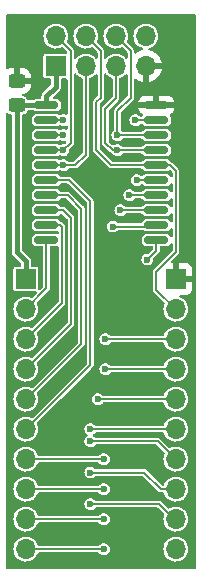
<source format=gbr>
%TF.GenerationSoftware,KiCad,Pcbnew,6.0.11+dfsg-1~bpo11+1*%
%TF.CreationDate,2024-04-18T21:43:09+09:00*%
%TF.ProjectId,pcb-devboard,7063622d-6465-4766-926f-6172642e6b69,rev?*%
%TF.SameCoordinates,Original*%
%TF.FileFunction,Copper,L1,Top*%
%TF.FilePolarity,Positive*%
%FSLAX46Y46*%
G04 Gerber Fmt 4.6, Leading zero omitted, Abs format (unit mm)*
G04 Created by KiCad (PCBNEW 6.0.11+dfsg-1~bpo11+1) date 2024-04-18 21:43:09*
%MOMM*%
%LPD*%
G01*
G04 APERTURE LIST*
G04 Aperture macros list*
%AMRoundRect*
0 Rectangle with rounded corners*
0 $1 Rounding radius*
0 $2 $3 $4 $5 $6 $7 $8 $9 X,Y pos of 4 corners*
0 Add a 4 corners polygon primitive as box body*
4,1,4,$2,$3,$4,$5,$6,$7,$8,$9,$2,$3,0*
0 Add four circle primitives for the rounded corners*
1,1,$1+$1,$2,$3*
1,1,$1+$1,$4,$5*
1,1,$1+$1,$6,$7*
1,1,$1+$1,$8,$9*
0 Add four rect primitives between the rounded corners*
20,1,$1+$1,$2,$3,$4,$5,0*
20,1,$1+$1,$4,$5,$6,$7,0*
20,1,$1+$1,$6,$7,$8,$9,0*
20,1,$1+$1,$8,$9,$2,$3,0*%
G04 Aperture macros list end*
%TA.AperFunction,SMDPad,CuDef*%
%ADD10RoundRect,0.250000X0.450000X-0.325000X0.450000X0.325000X-0.450000X0.325000X-0.450000X-0.325000X0*%
%TD*%
%TA.AperFunction,ComponentPad*%
%ADD11R,1.700000X1.700000*%
%TD*%
%TA.AperFunction,ComponentPad*%
%ADD12O,1.700000X1.700000*%
%TD*%
%TA.AperFunction,SMDPad,CuDef*%
%ADD13RoundRect,0.150000X-0.875000X-0.150000X0.875000X-0.150000X0.875000X0.150000X-0.875000X0.150000X0*%
%TD*%
%TA.AperFunction,ViaPad*%
%ADD14C,0.600000*%
%TD*%
%TA.AperFunction,Conductor*%
%ADD15C,0.150000*%
%TD*%
%TA.AperFunction,Conductor*%
%ADD16C,0.450000*%
%TD*%
G04 APERTURE END LIST*
D10*
%TO.P,C3,1*%
%TO.N,VSYS*%
X105918000Y-97037000D03*
%TO.P,C3,2*%
%TO.N,GND*%
X105918000Y-94987000D03*
%TD*%
D11*
%TO.P,J4,1,Pin_1*%
%TO.N,VSYS*%
X109220000Y-93726000D03*
D12*
%TO.P,J4,2,Pin_2*%
%TO.N,/PIN_PA6*%
X109220000Y-91186000D03*
%TO.P,J4,3,Pin_3*%
%TO.N,/PIN_PA7*%
X111760000Y-93726000D03*
%TO.P,J4,4,Pin_4*%
%TO.N,/PIN_PA0*%
X111760000Y-91186000D03*
%TO.P,J4,5,Pin_5*%
%TO.N,/PIN_PA1*%
X114300000Y-93726000D03*
%TO.P,J4,6,Pin_6*%
%TO.N,/PIN_PA2*%
X114300000Y-91186000D03*
%TO.P,J4,7,Pin_7*%
%TO.N,GND*%
X116840000Y-93726000D03*
%TO.P,J4,8,Pin_8*%
%TO.N,unconnected-(J4-Pad8)*%
X116840000Y-91186000D03*
%TD*%
D13*
%TO.P,U2,1,VCC*%
%TO.N,VSYS*%
X108429000Y-97028000D03*
%TO.P,U2,2,PA4*%
%TO.N,/PIN_PA4*%
X108429000Y-98298000D03*
%TO.P,U2,3,PA5*%
%TO.N,/PIN_PA5*%
X108429000Y-99568000D03*
%TO.P,U2,4,PA6*%
%TO.N,/PIN_PA6*%
X108429000Y-100838000D03*
%TO.P,U2,5,PA7*%
%TO.N,/PIN_PA7*%
X108429000Y-102108000D03*
%TO.P,U2,6,PB5*%
%TO.N,/PIN_PB5*%
X108429000Y-103378000D03*
%TO.P,U2,7,PB4*%
%TO.N,/PIN_PB4*%
X108429000Y-104648000D03*
%TO.P,U2,8,PB3*%
%TO.N,/PIN_PB3*%
X108429000Y-105918000D03*
%TO.P,U2,9,PB2*%
%TO.N,/PIN_PB2*%
X108429000Y-107188000D03*
%TO.P,U2,10,PB1*%
%TO.N,/PIN_PB1*%
X108429000Y-108458000D03*
%TO.P,U2,11,PB0*%
%TO.N,/PIN_PB0*%
X117729000Y-108458000D03*
%TO.P,U2,12,PC0*%
%TO.N,/PIN_PC0*%
X117729000Y-107188000D03*
%TO.P,U2,13,PC1*%
%TO.N,/PIN_PC1*%
X117729000Y-105918000D03*
%TO.P,U2,14,PC2*%
%TO.N,/PIN_PC2*%
X117729000Y-104648000D03*
%TO.P,U2,15,PC3*%
%TO.N,/PIN_PC3*%
X117729000Y-103378000D03*
%TO.P,U2,16,~{RESET}/PA0*%
%TO.N,/PIN_PA0*%
X117729000Y-102108000D03*
%TO.P,U2,17,PA1*%
%TO.N,/PIN_PA1*%
X117729000Y-100838000D03*
%TO.P,U2,18,PA2*%
%TO.N,/PIN_PA2*%
X117729000Y-99568000D03*
%TO.P,U2,19,PA3*%
%TO.N,/PIN_PA3*%
X117729000Y-98298000D03*
%TO.P,U2,20,GND*%
%TO.N,GND*%
X117729000Y-97028000D03*
%TD*%
D11*
%TO.P,J2,1,Pin_1*%
%TO.N,GND*%
X119380000Y-111760000D03*
D12*
%TO.P,J2,2,Pin_2*%
%TO.N,/PIN_PA0*%
X119380000Y-114300000D03*
%TO.P,J2,3,Pin_3*%
%TO.N,/PIN_PA1*%
X119380000Y-116840000D03*
%TO.P,J2,4,Pin_4*%
%TO.N,/PIN_PA2*%
X119380000Y-119380000D03*
%TO.P,J2,5,Pin_5*%
%TO.N,/PIN_PA3*%
X119380000Y-121920000D03*
%TO.P,J2,6,Pin_6*%
%TO.N,/PIN_PA4*%
X119380000Y-124460000D03*
%TO.P,J2,7,Pin_7*%
%TO.N,/PIN_PA5*%
X119380000Y-127000000D03*
%TO.P,J2,8,Pin_8*%
%TO.N,/PIN_PA6*%
X119380000Y-129540000D03*
%TO.P,J2,9,Pin_9*%
%TO.N,/PIN_PA7*%
X119380000Y-132080000D03*
%TO.P,J2,10,Pin_10*%
%TO.N,/PIN_PB0*%
X119380000Y-134620000D03*
%TD*%
D11*
%TO.P,J3,1,Pin_1*%
%TO.N,VSYS*%
X106680000Y-111760000D03*
D12*
%TO.P,J3,2,Pin_2*%
%TO.N,/PIN_PB1*%
X106680000Y-114300000D03*
%TO.P,J3,3,Pin_3*%
%TO.N,/PIN_PB2*%
X106680000Y-116840000D03*
%TO.P,J3,4,Pin_4*%
%TO.N,/PIN_PB3*%
X106680000Y-119380000D03*
%TO.P,J3,5,Pin_5*%
%TO.N,/PIN_PB4*%
X106680000Y-121920000D03*
%TO.P,J3,6,Pin_6*%
%TO.N,/PIN_PB5*%
X106680000Y-124460000D03*
%TO.P,J3,7,Pin_7*%
%TO.N,/PIN_PC0*%
X106680000Y-127000000D03*
%TO.P,J3,8,Pin_8*%
%TO.N,/PIN_PC1*%
X106680000Y-129540000D03*
%TO.P,J3,9,Pin_9*%
%TO.N,/PIN_PC2*%
X106680000Y-132080000D03*
%TO.P,J3,10,Pin_10*%
%TO.N,/PIN_PC3*%
X106680000Y-134620000D03*
%TD*%
D14*
%TO.N,/PIN_PA1*%
X114427000Y-100838000D03*
X113411000Y-116840000D03*
%TO.N,/PIN_PA2*%
X114427000Y-99568000D03*
X113411000Y-119380000D03*
%TO.N,/PIN_PA7*%
X109855000Y-102108000D03*
X112141000Y-130810000D03*
%TO.N,/PIN_PA6*%
X109855000Y-100838000D03*
X112141000Y-128143000D03*
%TO.N,/PIN_PA3*%
X112776000Y-121920000D03*
X115951000Y-98298000D03*
%TO.N,/PIN_PA4*%
X112141000Y-124460000D03*
X109855000Y-98298000D03*
%TO.N,/PIN_PA5*%
X109855000Y-99568000D03*
X112141000Y-125476000D03*
%TO.N,/PIN_PB0*%
X116967000Y-110109000D03*
%TO.N,/PIN_PC0*%
X113284000Y-127000000D03*
X114046000Y-107315000D03*
%TO.N,/PIN_PC1*%
X113284000Y-129540000D03*
X114681000Y-105918000D03*
%TO.N,/PIN_PC2*%
X115443000Y-104648000D03*
X113284000Y-132080000D03*
%TO.N,/PIN_PC3*%
X113284000Y-134620000D03*
X116078000Y-103378000D03*
%TD*%
D15*
%TO.N,/PIN_PB4*%
X106680000Y-121920000D02*
X111379000Y-117221000D01*
X111379000Y-117221000D02*
X111379000Y-105791000D01*
X111379000Y-105791000D02*
X110236000Y-104648000D01*
X110236000Y-104648000D02*
X108380000Y-104648000D01*
%TO.N,/PIN_PB5*%
X106680000Y-124460000D02*
X112141000Y-118999000D01*
X112141000Y-118999000D02*
X112141000Y-105156000D01*
X112141000Y-105156000D02*
X110363000Y-103378000D01*
X110363000Y-103378000D02*
X108380000Y-103378000D01*
%TO.N,/PIN_PB3*%
X108380000Y-105918000D02*
X109855000Y-105918000D01*
X109855000Y-105918000D02*
X110490000Y-106553000D01*
X110490000Y-106553000D02*
X110490000Y-115570000D01*
X110490000Y-115570000D02*
X106680000Y-119380000D01*
%TO.N,/PIN_PA1*%
X114427000Y-100838000D02*
X114046000Y-100838000D01*
X114046000Y-100838000D02*
X113411000Y-100203000D01*
X113411000Y-100203000D02*
X113411000Y-97345500D01*
X113411000Y-97345500D02*
X114300000Y-96456500D01*
X114300000Y-96456500D02*
X114300000Y-93726000D01*
%TO.N,/PIN_PA0*%
X119380000Y-114300000D02*
X117729000Y-112649000D01*
X119380000Y-109474000D02*
X119380000Y-102616000D01*
X117729000Y-112649000D02*
X117729000Y-111125000D01*
X117729000Y-111125000D02*
X119380000Y-109474000D01*
X112649000Y-100838000D02*
X112649000Y-96774000D01*
X119380000Y-102616000D02*
X118872000Y-102108000D01*
X118872000Y-102108000D02*
X113919000Y-102108000D01*
X113030000Y-92456000D02*
X111760000Y-91186000D01*
X113919000Y-102108000D02*
X112649000Y-100838000D01*
X112649000Y-96774000D02*
X113030000Y-96393000D01*
X113030000Y-96393000D02*
X113030000Y-92456000D01*
%TO.N,/PIN_PA7*%
X109855000Y-102108000D02*
X110871000Y-102108000D01*
X110871000Y-102108000D02*
X111760000Y-101219000D01*
X111760000Y-101219000D02*
X111760000Y-93726000D01*
D16*
%TO.N,VSYS*%
X106680000Y-110236000D02*
X105918000Y-109474000D01*
X106680000Y-111760000D02*
X106680000Y-110236000D01*
X105918000Y-109474000D02*
X105918000Y-97037000D01*
X105927000Y-97028000D02*
X107315000Y-97028000D01*
X108429000Y-97028000D02*
X108429000Y-96295000D01*
X107315000Y-97028000D02*
X108380000Y-97028000D01*
X109220000Y-95504000D02*
X109220000Y-93726000D01*
X108429000Y-96295000D02*
X109220000Y-95504000D01*
D15*
%TO.N,/PIN_PA1*%
X119380000Y-116840000D02*
X113411000Y-116840000D01*
X114427000Y-100838000D02*
X117680000Y-100838000D01*
%TO.N,/PIN_PA2*%
X115570000Y-96393000D02*
X115570000Y-92456000D01*
X114427000Y-99568000D02*
X117680000Y-99568000D01*
X114427000Y-97536000D02*
X115570000Y-96393000D01*
X119380000Y-119380000D02*
X113411000Y-119380000D01*
X114427000Y-99568000D02*
X114427000Y-97536000D01*
X115570000Y-92456000D02*
X114300000Y-91186000D01*
%TO.N,/PIN_PA7*%
X112141000Y-130810000D02*
X117983000Y-130810000D01*
X117983000Y-130810000D02*
X119253000Y-132080000D01*
X109855000Y-102108000D02*
X108380000Y-102108000D01*
%TO.N,/PIN_PA6*%
X118110000Y-129540000D02*
X119380000Y-129540000D01*
X110490000Y-100203000D02*
X110490000Y-92456000D01*
X116713000Y-128143000D02*
X118110000Y-129540000D01*
X109855000Y-100838000D02*
X108380000Y-100838000D01*
X109855000Y-100838000D02*
X110490000Y-100203000D01*
X112141000Y-128143000D02*
X116713000Y-128143000D01*
X110490000Y-92456000D02*
X109220000Y-91186000D01*
%TO.N,/PIN_PA3*%
X119380000Y-121920000D02*
X112776000Y-121920000D01*
X115951000Y-98298000D02*
X117680000Y-98298000D01*
%TO.N,/PIN_PA4*%
X109855000Y-98298000D02*
X108380000Y-98298000D01*
X119380000Y-124460000D02*
X112141000Y-124460000D01*
%TO.N,/PIN_PA5*%
X108380000Y-99568000D02*
X109855000Y-99568000D01*
X117856000Y-125476000D02*
X119380000Y-127000000D01*
X112141000Y-125476000D02*
X117856000Y-125476000D01*
%TO.N,/PIN_PB0*%
X117729000Y-109347000D02*
X117729000Y-108458000D01*
X116967000Y-110109000D02*
X117729000Y-109347000D01*
%TO.N,/PIN_PB1*%
X108429000Y-108458000D02*
X108429000Y-112551000D01*
X108429000Y-112551000D02*
X106680000Y-114300000D01*
%TO.N,/PIN_PB2*%
X109601000Y-107188000D02*
X108380000Y-107188000D01*
X109728000Y-113792000D02*
X109728000Y-107315000D01*
X106680000Y-116840000D02*
X109728000Y-113792000D01*
X109728000Y-107315000D02*
X109601000Y-107188000D01*
%TO.N,/PIN_PC0*%
X114046000Y-107315000D02*
X117553000Y-107315000D01*
X106680000Y-127000000D02*
X113284000Y-127000000D01*
%TO.N,/PIN_PC1*%
X113284000Y-129540000D02*
X106680000Y-129540000D01*
X114681000Y-105918000D02*
X117680000Y-105918000D01*
%TO.N,/PIN_PC2*%
X106680000Y-132080000D02*
X113284000Y-132080000D01*
X115443000Y-104648000D02*
X117680000Y-104648000D01*
%TO.N,/PIN_PC3*%
X106680000Y-134620000D02*
X113284000Y-134620000D01*
X116078000Y-103378000D02*
X117680000Y-103378000D01*
%TD*%
%TA.AperFunction,Conductor*%
%TO.N,GND*%
G36*
X121043691Y-89373407D02*
G01*
X121079655Y-89422907D01*
X121084500Y-89453500D01*
X121084500Y-136225500D01*
X121065593Y-136283691D01*
X121016093Y-136319655D01*
X120985500Y-136324500D01*
X105074500Y-136324500D01*
X105016309Y-136305593D01*
X104980345Y-136256093D01*
X104975500Y-136225500D01*
X104975500Y-134605262D01*
X105624520Y-134605262D01*
X105641759Y-134810553D01*
X105643092Y-134815201D01*
X105643092Y-134815202D01*
X105697176Y-135003814D01*
X105698544Y-135008586D01*
X105792712Y-135191818D01*
X105920677Y-135353270D01*
X105924357Y-135356402D01*
X105924359Y-135356404D01*
X106037017Y-135452283D01*
X106077564Y-135486791D01*
X106081787Y-135489151D01*
X106081791Y-135489154D01*
X106121342Y-135511258D01*
X106257398Y-135587297D01*
X106261996Y-135588791D01*
X106448724Y-135649463D01*
X106448726Y-135649464D01*
X106453329Y-135650959D01*
X106657894Y-135675351D01*
X106662716Y-135674980D01*
X106662719Y-135674980D01*
X106730541Y-135669761D01*
X106863300Y-135659546D01*
X107061725Y-135604145D01*
X107066038Y-135601966D01*
X107066044Y-135601964D01*
X107241289Y-135513441D01*
X107241291Y-135513440D01*
X107245610Y-135511258D01*
X107280943Y-135483653D01*
X107404135Y-135387406D01*
X107404139Y-135387402D01*
X107407951Y-135384424D01*
X107542564Y-135228472D01*
X107561231Y-135195613D01*
X107641934Y-135053550D01*
X107641935Y-135053547D01*
X107644323Y-135049344D01*
X107672963Y-134963250D01*
X107709271Y-134914003D01*
X107766901Y-134895500D01*
X112815582Y-134895500D01*
X112873773Y-134914407D01*
X112891365Y-134930798D01*
X112946970Y-134996948D01*
X112952841Y-135000856D01*
X112952842Y-135000857D01*
X112957456Y-135003928D01*
X113066313Y-135076390D01*
X113166920Y-135107821D01*
X113196425Y-135117039D01*
X113196426Y-135117039D01*
X113203157Y-135119142D01*
X113274828Y-135120456D01*
X113339445Y-135121641D01*
X113339447Y-135121641D01*
X113346499Y-135121770D01*
X113353302Y-135119915D01*
X113353304Y-135119915D01*
X113428503Y-135099413D01*
X113484817Y-135084060D01*
X113606991Y-135009045D01*
X113614403Y-135000857D01*
X113698468Y-134907982D01*
X113703200Y-134902754D01*
X113765710Y-134773733D01*
X113786153Y-134652228D01*
X113788862Y-134636124D01*
X113788862Y-134636120D01*
X113789496Y-134632354D01*
X113789647Y-134620000D01*
X113787536Y-134605262D01*
X118324520Y-134605262D01*
X118341759Y-134810553D01*
X118343092Y-134815201D01*
X118343092Y-134815202D01*
X118397176Y-135003814D01*
X118398544Y-135008586D01*
X118492712Y-135191818D01*
X118620677Y-135353270D01*
X118624357Y-135356402D01*
X118624359Y-135356404D01*
X118737017Y-135452283D01*
X118777564Y-135486791D01*
X118781787Y-135489151D01*
X118781791Y-135489154D01*
X118821342Y-135511258D01*
X118957398Y-135587297D01*
X118961996Y-135588791D01*
X119148724Y-135649463D01*
X119148726Y-135649464D01*
X119153329Y-135650959D01*
X119357894Y-135675351D01*
X119362716Y-135674980D01*
X119362719Y-135674980D01*
X119430541Y-135669761D01*
X119563300Y-135659546D01*
X119761725Y-135604145D01*
X119766038Y-135601966D01*
X119766044Y-135601964D01*
X119941289Y-135513441D01*
X119941291Y-135513440D01*
X119945610Y-135511258D01*
X119980943Y-135483653D01*
X120104135Y-135387406D01*
X120104139Y-135387402D01*
X120107951Y-135384424D01*
X120242564Y-135228472D01*
X120261231Y-135195613D01*
X120341934Y-135053550D01*
X120341935Y-135053547D01*
X120344323Y-135049344D01*
X120357882Y-135008586D01*
X120407824Y-134858454D01*
X120407824Y-134858452D01*
X120409351Y-134853863D01*
X120435171Y-134649474D01*
X120435583Y-134620000D01*
X120435313Y-134617244D01*
X120415952Y-134419780D01*
X120415951Y-134419776D01*
X120415480Y-134414970D01*
X120355935Y-134217749D01*
X120259218Y-134035849D01*
X120129011Y-133876200D01*
X119970275Y-133744882D01*
X119789055Y-133646897D01*
X119725855Y-133627333D01*
X119596875Y-133587407D01*
X119596871Y-133587406D01*
X119592254Y-133585977D01*
X119587446Y-133585472D01*
X119587443Y-133585471D01*
X119392185Y-133564949D01*
X119392183Y-133564949D01*
X119387369Y-133564443D01*
X119327354Y-133569905D01*
X119187022Y-133582675D01*
X119187017Y-133582676D01*
X119182203Y-133583114D01*
X118984572Y-133641280D01*
X118980288Y-133643519D01*
X118980287Y-133643520D01*
X118969428Y-133649197D01*
X118802002Y-133736726D01*
X118798231Y-133739758D01*
X118645220Y-133862781D01*
X118645217Y-133862783D01*
X118641447Y-133865815D01*
X118638333Y-133869526D01*
X118638332Y-133869527D01*
X118629585Y-133879952D01*
X118509024Y-134023630D01*
X118506689Y-134027878D01*
X118506688Y-134027879D01*
X118499955Y-134040126D01*
X118409776Y-134204162D01*
X118408313Y-134208775D01*
X118408311Y-134208779D01*
X118398339Y-134240216D01*
X118347484Y-134400532D01*
X118346944Y-134405344D01*
X118346944Y-134405345D01*
X118345865Y-134414970D01*
X118324520Y-134605262D01*
X113787536Y-134605262D01*
X113769323Y-134478082D01*
X113709984Y-134347572D01*
X113616400Y-134238963D01*
X113496095Y-134160985D01*
X113358739Y-134119907D01*
X113275497Y-134119398D01*
X113222427Y-134119074D01*
X113222426Y-134119074D01*
X113215376Y-134119031D01*
X113208599Y-134120968D01*
X113208598Y-134120968D01*
X113084309Y-134156490D01*
X113084307Y-134156491D01*
X113077529Y-134158428D01*
X112956280Y-134234930D01*
X112951613Y-134240214D01*
X112951611Y-134240216D01*
X112889068Y-134311034D01*
X112836376Y-134342134D01*
X112814864Y-134344500D01*
X107767728Y-134344500D01*
X107709537Y-134325593D01*
X107672953Y-134274114D01*
X107657336Y-134222388D01*
X107657333Y-134222380D01*
X107655935Y-134217749D01*
X107559218Y-134035849D01*
X107429011Y-133876200D01*
X107270275Y-133744882D01*
X107089055Y-133646897D01*
X107025855Y-133627333D01*
X106896875Y-133587407D01*
X106896871Y-133587406D01*
X106892254Y-133585977D01*
X106887446Y-133585472D01*
X106887443Y-133585471D01*
X106692185Y-133564949D01*
X106692183Y-133564949D01*
X106687369Y-133564443D01*
X106627354Y-133569905D01*
X106487022Y-133582675D01*
X106487017Y-133582676D01*
X106482203Y-133583114D01*
X106284572Y-133641280D01*
X106280288Y-133643519D01*
X106280287Y-133643520D01*
X106269428Y-133649197D01*
X106102002Y-133736726D01*
X106098231Y-133739758D01*
X105945220Y-133862781D01*
X105945217Y-133862783D01*
X105941447Y-133865815D01*
X105938333Y-133869526D01*
X105938332Y-133869527D01*
X105929585Y-133879952D01*
X105809024Y-134023630D01*
X105806689Y-134027878D01*
X105806688Y-134027879D01*
X105799955Y-134040126D01*
X105709776Y-134204162D01*
X105708313Y-134208775D01*
X105708311Y-134208779D01*
X105698339Y-134240216D01*
X105647484Y-134400532D01*
X105646944Y-134405344D01*
X105646944Y-134405345D01*
X105645865Y-134414970D01*
X105624520Y-134605262D01*
X104975500Y-134605262D01*
X104975500Y-132065262D01*
X105624520Y-132065262D01*
X105641759Y-132270553D01*
X105643092Y-132275201D01*
X105643092Y-132275202D01*
X105697176Y-132463814D01*
X105698544Y-132468586D01*
X105792712Y-132651818D01*
X105920677Y-132813270D01*
X105924357Y-132816402D01*
X105924359Y-132816404D01*
X106037017Y-132912283D01*
X106077564Y-132946791D01*
X106081787Y-132949151D01*
X106081791Y-132949154D01*
X106121342Y-132971258D01*
X106257398Y-133047297D01*
X106261996Y-133048791D01*
X106448724Y-133109463D01*
X106448726Y-133109464D01*
X106453329Y-133110959D01*
X106657894Y-133135351D01*
X106662716Y-133134980D01*
X106662719Y-133134980D01*
X106730541Y-133129761D01*
X106863300Y-133119546D01*
X107061725Y-133064145D01*
X107066038Y-133061966D01*
X107066044Y-133061964D01*
X107241289Y-132973441D01*
X107241291Y-132973440D01*
X107245610Y-132971258D01*
X107280943Y-132943653D01*
X107404135Y-132847406D01*
X107404139Y-132847402D01*
X107407951Y-132844424D01*
X107542564Y-132688472D01*
X107561231Y-132655613D01*
X107641934Y-132513550D01*
X107641935Y-132513547D01*
X107644323Y-132509344D01*
X107672963Y-132423250D01*
X107709271Y-132374003D01*
X107766901Y-132355500D01*
X112815582Y-132355500D01*
X112873773Y-132374407D01*
X112891365Y-132390798D01*
X112946970Y-132456948D01*
X112952841Y-132460856D01*
X112952842Y-132460857D01*
X112957456Y-132463928D01*
X113066313Y-132536390D01*
X113166920Y-132567821D01*
X113196425Y-132577039D01*
X113196426Y-132577039D01*
X113203157Y-132579142D01*
X113274828Y-132580456D01*
X113339445Y-132581641D01*
X113339447Y-132581641D01*
X113346499Y-132581770D01*
X113353302Y-132579915D01*
X113353304Y-132579915D01*
X113428503Y-132559413D01*
X113484817Y-132544060D01*
X113606991Y-132469045D01*
X113614403Y-132460857D01*
X113698468Y-132367982D01*
X113703200Y-132362754D01*
X113765710Y-132233733D01*
X113786153Y-132112228D01*
X113788862Y-132096124D01*
X113788862Y-132096120D01*
X113789496Y-132092354D01*
X113789647Y-132080000D01*
X113769323Y-131938082D01*
X113709984Y-131807572D01*
X113616400Y-131698963D01*
X113496095Y-131620985D01*
X113358739Y-131579907D01*
X113275497Y-131579398D01*
X113222427Y-131579074D01*
X113222426Y-131579074D01*
X113215376Y-131579031D01*
X113208599Y-131580968D01*
X113208598Y-131580968D01*
X113084309Y-131616490D01*
X113084307Y-131616491D01*
X113077529Y-131618428D01*
X112956280Y-131694930D01*
X112951613Y-131700214D01*
X112951611Y-131700216D01*
X112889068Y-131771034D01*
X112836376Y-131802134D01*
X112814864Y-131804500D01*
X107767728Y-131804500D01*
X107709537Y-131785593D01*
X107672953Y-131734114D01*
X107657336Y-131682388D01*
X107657333Y-131682380D01*
X107655935Y-131677749D01*
X107559218Y-131495849D01*
X107429011Y-131336200D01*
X107397238Y-131309915D01*
X107274002Y-131207965D01*
X107274000Y-131207964D01*
X107270275Y-131204882D01*
X107089055Y-131106897D01*
X107019932Y-131085500D01*
X106896875Y-131047407D01*
X106896871Y-131047406D01*
X106892254Y-131045977D01*
X106887446Y-131045472D01*
X106887443Y-131045471D01*
X106692185Y-131024949D01*
X106692183Y-131024949D01*
X106687369Y-131024443D01*
X106627354Y-131029905D01*
X106487022Y-131042675D01*
X106487017Y-131042676D01*
X106482203Y-131043114D01*
X106284572Y-131101280D01*
X106280288Y-131103519D01*
X106280287Y-131103520D01*
X106269428Y-131109197D01*
X106102002Y-131196726D01*
X106098231Y-131199758D01*
X105945220Y-131322781D01*
X105945217Y-131322783D01*
X105941447Y-131325815D01*
X105938333Y-131329526D01*
X105938332Y-131329527D01*
X105929585Y-131339952D01*
X105809024Y-131483630D01*
X105806689Y-131487878D01*
X105806688Y-131487879D01*
X105799955Y-131500126D01*
X105709776Y-131664162D01*
X105708313Y-131668775D01*
X105708311Y-131668779D01*
X105698339Y-131700216D01*
X105647484Y-131860532D01*
X105646944Y-131865344D01*
X105646944Y-131865345D01*
X105645865Y-131874970D01*
X105624520Y-132065262D01*
X104975500Y-132065262D01*
X104975500Y-130803823D01*
X111635391Y-130803823D01*
X111653980Y-130945979D01*
X111656821Y-130952435D01*
X111656821Y-130952436D01*
X111697758Y-131045471D01*
X111711720Y-131077203D01*
X111738614Y-131109197D01*
X111799431Y-131181549D01*
X111799434Y-131181551D01*
X111803970Y-131186948D01*
X111809841Y-131190856D01*
X111809842Y-131190857D01*
X111815291Y-131194484D01*
X111923313Y-131266390D01*
X112023920Y-131297821D01*
X112053425Y-131307039D01*
X112053426Y-131307039D01*
X112060157Y-131309142D01*
X112131828Y-131310456D01*
X112196445Y-131311641D01*
X112196447Y-131311641D01*
X112203499Y-131311770D01*
X112210302Y-131309915D01*
X112210304Y-131309915D01*
X112285503Y-131289413D01*
X112341817Y-131274060D01*
X112463991Y-131199045D01*
X112468726Y-131193814D01*
X112537291Y-131118064D01*
X112590359Y-131087610D01*
X112610689Y-131085500D01*
X117827876Y-131085500D01*
X117886067Y-131104407D01*
X117897880Y-131114496D01*
X118376309Y-131592925D01*
X118404086Y-131647442D01*
X118400671Y-131692863D01*
X118398339Y-131700216D01*
X118347484Y-131860532D01*
X118346944Y-131865344D01*
X118346944Y-131865345D01*
X118345865Y-131874970D01*
X118324520Y-132065262D01*
X118341759Y-132270553D01*
X118343092Y-132275201D01*
X118343092Y-132275202D01*
X118397176Y-132463814D01*
X118398544Y-132468586D01*
X118492712Y-132651818D01*
X118620677Y-132813270D01*
X118624357Y-132816402D01*
X118624359Y-132816404D01*
X118737017Y-132912283D01*
X118777564Y-132946791D01*
X118781787Y-132949151D01*
X118781791Y-132949154D01*
X118821342Y-132971258D01*
X118957398Y-133047297D01*
X118961996Y-133048791D01*
X119148724Y-133109463D01*
X119148726Y-133109464D01*
X119153329Y-133110959D01*
X119357894Y-133135351D01*
X119362716Y-133134980D01*
X119362719Y-133134980D01*
X119430541Y-133129761D01*
X119563300Y-133119546D01*
X119761725Y-133064145D01*
X119766038Y-133061966D01*
X119766044Y-133061964D01*
X119941289Y-132973441D01*
X119941291Y-132973440D01*
X119945610Y-132971258D01*
X119980943Y-132943653D01*
X120104135Y-132847406D01*
X120104139Y-132847402D01*
X120107951Y-132844424D01*
X120242564Y-132688472D01*
X120261231Y-132655613D01*
X120341934Y-132513550D01*
X120341935Y-132513547D01*
X120344323Y-132509344D01*
X120357882Y-132468586D01*
X120407824Y-132318454D01*
X120407824Y-132318452D01*
X120409351Y-132313863D01*
X120435171Y-132109474D01*
X120435583Y-132080000D01*
X120435313Y-132077244D01*
X120415952Y-131879780D01*
X120415951Y-131879776D01*
X120415480Y-131874970D01*
X120355935Y-131677749D01*
X120259218Y-131495849D01*
X120129011Y-131336200D01*
X120097238Y-131309915D01*
X119974002Y-131207965D01*
X119974000Y-131207964D01*
X119970275Y-131204882D01*
X119789055Y-131106897D01*
X119719932Y-131085500D01*
X119596875Y-131047407D01*
X119596871Y-131047406D01*
X119592254Y-131045977D01*
X119587446Y-131045472D01*
X119587443Y-131045471D01*
X119392185Y-131024949D01*
X119392183Y-131024949D01*
X119387369Y-131024443D01*
X119327354Y-131029905D01*
X119187022Y-131042675D01*
X119187017Y-131042676D01*
X119182203Y-131043114D01*
X118984572Y-131101280D01*
X118980288Y-131103519D01*
X118980287Y-131103520D01*
X118969428Y-131109197D01*
X118838435Y-131177679D01*
X118778107Y-131187883D01*
X118722565Y-131159949D01*
X118203885Y-130641269D01*
X118191574Y-130626267D01*
X118187043Y-130619486D01*
X118181624Y-130611376D01*
X118158623Y-130596007D01*
X118158622Y-130596006D01*
X118121136Y-130570959D01*
X118090495Y-130550485D01*
X118080932Y-130548583D01*
X118080930Y-130548582D01*
X118045558Y-130541547D01*
X118010133Y-130534500D01*
X118010132Y-130534500D01*
X117983000Y-130529103D01*
X117965429Y-130532598D01*
X117946116Y-130534500D01*
X112609715Y-130534500D01*
X112551524Y-130515593D01*
X112534719Y-130500127D01*
X112473400Y-130428963D01*
X112353095Y-130350985D01*
X112215739Y-130309907D01*
X112132497Y-130309398D01*
X112079427Y-130309074D01*
X112079426Y-130309074D01*
X112072376Y-130309031D01*
X112065599Y-130310968D01*
X112065598Y-130310968D01*
X111941309Y-130346490D01*
X111941307Y-130346491D01*
X111934529Y-130348428D01*
X111813280Y-130424930D01*
X111808613Y-130430214D01*
X111808611Y-130430216D01*
X111723044Y-130527103D01*
X111723042Y-130527105D01*
X111718377Y-130532388D01*
X111657447Y-130662163D01*
X111635391Y-130803823D01*
X104975500Y-130803823D01*
X104975500Y-129525262D01*
X105624520Y-129525262D01*
X105624925Y-129530082D01*
X105639927Y-129708731D01*
X105641759Y-129730553D01*
X105643092Y-129735201D01*
X105643092Y-129735202D01*
X105697176Y-129923814D01*
X105698544Y-129928586D01*
X105792712Y-130111818D01*
X105920677Y-130273270D01*
X105924357Y-130276402D01*
X105924359Y-130276404D01*
X106009617Y-130348964D01*
X106077564Y-130406791D01*
X106081787Y-130409151D01*
X106081791Y-130409154D01*
X106198702Y-130474493D01*
X106257398Y-130507297D01*
X106261996Y-130508791D01*
X106448724Y-130569463D01*
X106448726Y-130569464D01*
X106453329Y-130570959D01*
X106657894Y-130595351D01*
X106662716Y-130594980D01*
X106662719Y-130594980D01*
X106730541Y-130589761D01*
X106863300Y-130579546D01*
X107061725Y-130524145D01*
X107066038Y-130521966D01*
X107066044Y-130521964D01*
X107241289Y-130433441D01*
X107241291Y-130433440D01*
X107245610Y-130431258D01*
X107346812Y-130352191D01*
X107404135Y-130307406D01*
X107404139Y-130307402D01*
X107407951Y-130304424D01*
X107542564Y-130148472D01*
X107561231Y-130115613D01*
X107641934Y-129973550D01*
X107641935Y-129973547D01*
X107644323Y-129969344D01*
X107672963Y-129883250D01*
X107709271Y-129834003D01*
X107766901Y-129815500D01*
X112815582Y-129815500D01*
X112873773Y-129834407D01*
X112891365Y-129850798D01*
X112946970Y-129916948D01*
X112952841Y-129920856D01*
X112952842Y-129920857D01*
X112957456Y-129923928D01*
X113066313Y-129996390D01*
X113166920Y-130027821D01*
X113196425Y-130037039D01*
X113196426Y-130037039D01*
X113203157Y-130039142D01*
X113274828Y-130040456D01*
X113339445Y-130041641D01*
X113339447Y-130041641D01*
X113346499Y-130041770D01*
X113353302Y-130039915D01*
X113353304Y-130039915D01*
X113428503Y-130019413D01*
X113484817Y-130004060D01*
X113606991Y-129929045D01*
X113614403Y-129920857D01*
X113698468Y-129827982D01*
X113703200Y-129822754D01*
X113765710Y-129693733D01*
X113786153Y-129572228D01*
X113788862Y-129556124D01*
X113788862Y-129556120D01*
X113789496Y-129552354D01*
X113789647Y-129540000D01*
X113769323Y-129398082D01*
X113709984Y-129267572D01*
X113616400Y-129158963D01*
X113496095Y-129080985D01*
X113358739Y-129039907D01*
X113275497Y-129039398D01*
X113222427Y-129039074D01*
X113222426Y-129039074D01*
X113215376Y-129039031D01*
X113208599Y-129040968D01*
X113208598Y-129040968D01*
X113084309Y-129076490D01*
X113084307Y-129076491D01*
X113077529Y-129078428D01*
X112956280Y-129154930D01*
X112951613Y-129160214D01*
X112951611Y-129160216D01*
X112889068Y-129231034D01*
X112836376Y-129262134D01*
X112814864Y-129264500D01*
X107767728Y-129264500D01*
X107709537Y-129245593D01*
X107672953Y-129194114D01*
X107657336Y-129142388D01*
X107657333Y-129142380D01*
X107655935Y-129137749D01*
X107559218Y-128955849D01*
X107429011Y-128796200D01*
X107270275Y-128664882D01*
X107089055Y-128566897D01*
X107025855Y-128547333D01*
X106896875Y-128507407D01*
X106896871Y-128507406D01*
X106892254Y-128505977D01*
X106887446Y-128505472D01*
X106887443Y-128505471D01*
X106692185Y-128484949D01*
X106692183Y-128484949D01*
X106687369Y-128484443D01*
X106627354Y-128489905D01*
X106487022Y-128502675D01*
X106487017Y-128502676D01*
X106482203Y-128503114D01*
X106284572Y-128561280D01*
X106280288Y-128563519D01*
X106280287Y-128563520D01*
X106269428Y-128569197D01*
X106102002Y-128656726D01*
X106098231Y-128659758D01*
X105945220Y-128782781D01*
X105945217Y-128782783D01*
X105941447Y-128785815D01*
X105938333Y-128789526D01*
X105938332Y-128789527D01*
X105929585Y-128799952D01*
X105809024Y-128943630D01*
X105806689Y-128947878D01*
X105806688Y-128947879D01*
X105799955Y-128960126D01*
X105709776Y-129124162D01*
X105708313Y-129128775D01*
X105708311Y-129128779D01*
X105698339Y-129160216D01*
X105647484Y-129320532D01*
X105646944Y-129325344D01*
X105646944Y-129325345D01*
X105645865Y-129334970D01*
X105624520Y-129525262D01*
X104975500Y-129525262D01*
X104975500Y-128136823D01*
X111635391Y-128136823D01*
X111653980Y-128278979D01*
X111711720Y-128410203D01*
X111743068Y-128447496D01*
X111799431Y-128514549D01*
X111799434Y-128514551D01*
X111803970Y-128519948D01*
X111809841Y-128523856D01*
X111809842Y-128523857D01*
X111822143Y-128532045D01*
X111923313Y-128599390D01*
X112023920Y-128630821D01*
X112053425Y-128640039D01*
X112053426Y-128640039D01*
X112060157Y-128642142D01*
X112131828Y-128643456D01*
X112196445Y-128644641D01*
X112196447Y-128644641D01*
X112203499Y-128644770D01*
X112210302Y-128642915D01*
X112210304Y-128642915D01*
X112285503Y-128622413D01*
X112341817Y-128607060D01*
X112463991Y-128532045D01*
X112468726Y-128526814D01*
X112537291Y-128451064D01*
X112590359Y-128420610D01*
X112610689Y-128418500D01*
X116557876Y-128418500D01*
X116616067Y-128437407D01*
X116627880Y-128447496D01*
X117889115Y-129708731D01*
X117901426Y-129723733D01*
X117911376Y-129738624D01*
X117934377Y-129753993D01*
X117934378Y-129753994D01*
X118002505Y-129799515D01*
X118110000Y-129820897D01*
X118127571Y-129817402D01*
X118146884Y-129815500D01*
X118291515Y-129815500D01*
X118349706Y-129834407D01*
X118386680Y-129887211D01*
X118397176Y-129923814D01*
X118398544Y-129928586D01*
X118492712Y-130111818D01*
X118620677Y-130273270D01*
X118624357Y-130276402D01*
X118624359Y-130276404D01*
X118709617Y-130348964D01*
X118777564Y-130406791D01*
X118781787Y-130409151D01*
X118781791Y-130409154D01*
X118898702Y-130474493D01*
X118957398Y-130507297D01*
X118961996Y-130508791D01*
X119148724Y-130569463D01*
X119148726Y-130569464D01*
X119153329Y-130570959D01*
X119357894Y-130595351D01*
X119362716Y-130594980D01*
X119362719Y-130594980D01*
X119430541Y-130589761D01*
X119563300Y-130579546D01*
X119761725Y-130524145D01*
X119766038Y-130521966D01*
X119766044Y-130521964D01*
X119941289Y-130433441D01*
X119941291Y-130433440D01*
X119945610Y-130431258D01*
X120046812Y-130352191D01*
X120104135Y-130307406D01*
X120104139Y-130307402D01*
X120107951Y-130304424D01*
X120242564Y-130148472D01*
X120261231Y-130115613D01*
X120341934Y-129973550D01*
X120341935Y-129973547D01*
X120344323Y-129969344D01*
X120357882Y-129928586D01*
X120407824Y-129778454D01*
X120407824Y-129778452D01*
X120409351Y-129773863D01*
X120435171Y-129569474D01*
X120435583Y-129540000D01*
X120435313Y-129537244D01*
X120415952Y-129339780D01*
X120415951Y-129339776D01*
X120415480Y-129334970D01*
X120355935Y-129137749D01*
X120259218Y-128955849D01*
X120129011Y-128796200D01*
X119970275Y-128664882D01*
X119789055Y-128566897D01*
X119725855Y-128547333D01*
X119596875Y-128507407D01*
X119596871Y-128507406D01*
X119592254Y-128505977D01*
X119587446Y-128505472D01*
X119587443Y-128505471D01*
X119392185Y-128484949D01*
X119392183Y-128484949D01*
X119387369Y-128484443D01*
X119327354Y-128489905D01*
X119187022Y-128502675D01*
X119187017Y-128502676D01*
X119182203Y-128503114D01*
X118984572Y-128561280D01*
X118980288Y-128563519D01*
X118980287Y-128563520D01*
X118969428Y-128569197D01*
X118802002Y-128656726D01*
X118798231Y-128659758D01*
X118645220Y-128782781D01*
X118645217Y-128782783D01*
X118641447Y-128785815D01*
X118638333Y-128789526D01*
X118638332Y-128789527D01*
X118629585Y-128799952D01*
X118509024Y-128943630D01*
X118506689Y-128947878D01*
X118506688Y-128947879D01*
X118499955Y-128960126D01*
X118409776Y-129124162D01*
X118408312Y-129128778D01*
X118408310Y-129128782D01*
X118387167Y-129195434D01*
X118351550Y-129245184D01*
X118292801Y-129264500D01*
X118265124Y-129264500D01*
X118206933Y-129245593D01*
X118195120Y-129235504D01*
X116933885Y-127974269D01*
X116921574Y-127959267D01*
X116917043Y-127952486D01*
X116911624Y-127944376D01*
X116888623Y-127929007D01*
X116888622Y-127929006D01*
X116852182Y-127904658D01*
X116820495Y-127883485D01*
X116810932Y-127881583D01*
X116810930Y-127881582D01*
X116775558Y-127874547D01*
X116740133Y-127867500D01*
X116740132Y-127867500D01*
X116713000Y-127862103D01*
X116695429Y-127865598D01*
X116676116Y-127867500D01*
X112609715Y-127867500D01*
X112551524Y-127848593D01*
X112534719Y-127833127D01*
X112473400Y-127761963D01*
X112353095Y-127683985D01*
X112215739Y-127642907D01*
X112132497Y-127642398D01*
X112079427Y-127642074D01*
X112079426Y-127642074D01*
X112072376Y-127642031D01*
X112065599Y-127643968D01*
X112065598Y-127643968D01*
X111941309Y-127679490D01*
X111941307Y-127679491D01*
X111934529Y-127681428D01*
X111813280Y-127757930D01*
X111808613Y-127763214D01*
X111808611Y-127763216D01*
X111723044Y-127860103D01*
X111723042Y-127860105D01*
X111718377Y-127865388D01*
X111657447Y-127995163D01*
X111656362Y-128002132D01*
X111656361Y-128002135D01*
X111648076Y-128055351D01*
X111635391Y-128136823D01*
X104975500Y-128136823D01*
X104975500Y-126985262D01*
X105624520Y-126985262D01*
X105641759Y-127190553D01*
X105643092Y-127195201D01*
X105643092Y-127195202D01*
X105697176Y-127383814D01*
X105698544Y-127388586D01*
X105792712Y-127571818D01*
X105920677Y-127733270D01*
X105924357Y-127736402D01*
X105924359Y-127736404D01*
X106037017Y-127832283D01*
X106077564Y-127866791D01*
X106081787Y-127869151D01*
X106081791Y-127869154D01*
X106188884Y-127929006D01*
X106257398Y-127967297D01*
X106261996Y-127968791D01*
X106448724Y-128029463D01*
X106448726Y-128029464D01*
X106453329Y-128030959D01*
X106657894Y-128055351D01*
X106662716Y-128054980D01*
X106662719Y-128054980D01*
X106730541Y-128049761D01*
X106863300Y-128039546D01*
X107061725Y-127984145D01*
X107066038Y-127981966D01*
X107066044Y-127981964D01*
X107241289Y-127893441D01*
X107241291Y-127893440D01*
X107245610Y-127891258D01*
X107257995Y-127881582D01*
X107404135Y-127767406D01*
X107404139Y-127767402D01*
X107407951Y-127764424D01*
X107413388Y-127758126D01*
X107474071Y-127687823D01*
X107542564Y-127608472D01*
X107561231Y-127575613D01*
X107641934Y-127433550D01*
X107641935Y-127433547D01*
X107644323Y-127429344D01*
X107672963Y-127343250D01*
X107709271Y-127294003D01*
X107766901Y-127275500D01*
X112815582Y-127275500D01*
X112873773Y-127294407D01*
X112891365Y-127310798D01*
X112946970Y-127376948D01*
X112952841Y-127380856D01*
X112952842Y-127380857D01*
X112957456Y-127383928D01*
X113066313Y-127456390D01*
X113166920Y-127487821D01*
X113196425Y-127497039D01*
X113196426Y-127497039D01*
X113203157Y-127499142D01*
X113274828Y-127500456D01*
X113339445Y-127501641D01*
X113339447Y-127501641D01*
X113346499Y-127501770D01*
X113353302Y-127499915D01*
X113353304Y-127499915D01*
X113428503Y-127479413D01*
X113484817Y-127464060D01*
X113606991Y-127389045D01*
X113614403Y-127380857D01*
X113698468Y-127287982D01*
X113703200Y-127282754D01*
X113765710Y-127153733D01*
X113786153Y-127032228D01*
X113788862Y-127016124D01*
X113788862Y-127016120D01*
X113789496Y-127012354D01*
X113789647Y-127000000D01*
X113769323Y-126858082D01*
X113709984Y-126727572D01*
X113616400Y-126618963D01*
X113496095Y-126540985D01*
X113358739Y-126499907D01*
X113275497Y-126499398D01*
X113222427Y-126499074D01*
X113222426Y-126499074D01*
X113215376Y-126499031D01*
X113208599Y-126500968D01*
X113208598Y-126500968D01*
X113084309Y-126536490D01*
X113084307Y-126536491D01*
X113077529Y-126538428D01*
X112956280Y-126614930D01*
X112951613Y-126620214D01*
X112951611Y-126620216D01*
X112889068Y-126691034D01*
X112836376Y-126722134D01*
X112814864Y-126724500D01*
X107767728Y-126724500D01*
X107709537Y-126705593D01*
X107672953Y-126654114D01*
X107657336Y-126602388D01*
X107657333Y-126602380D01*
X107655935Y-126597749D01*
X107559218Y-126415849D01*
X107429011Y-126256200D01*
X107270275Y-126124882D01*
X107089055Y-126026897D01*
X107025855Y-126007333D01*
X106896875Y-125967407D01*
X106896871Y-125967406D01*
X106892254Y-125965977D01*
X106887446Y-125965472D01*
X106887443Y-125965471D01*
X106692185Y-125944949D01*
X106692183Y-125944949D01*
X106687369Y-125944443D01*
X106627354Y-125949905D01*
X106487022Y-125962675D01*
X106487017Y-125962676D01*
X106482203Y-125963114D01*
X106284572Y-126021280D01*
X106280288Y-126023519D01*
X106280287Y-126023520D01*
X106269428Y-126029197D01*
X106102002Y-126116726D01*
X106098231Y-126119758D01*
X105945220Y-126242781D01*
X105945217Y-126242783D01*
X105941447Y-126245815D01*
X105938333Y-126249526D01*
X105938332Y-126249527D01*
X105929585Y-126259952D01*
X105809024Y-126403630D01*
X105806689Y-126407878D01*
X105806688Y-126407879D01*
X105799955Y-126420126D01*
X105709776Y-126584162D01*
X105708313Y-126588775D01*
X105708311Y-126588779D01*
X105698339Y-126620216D01*
X105647484Y-126780532D01*
X105646944Y-126785344D01*
X105646944Y-126785345D01*
X105645865Y-126794970D01*
X105624520Y-126985262D01*
X104975500Y-126985262D01*
X104975500Y-124445262D01*
X105624520Y-124445262D01*
X105641759Y-124650553D01*
X105643092Y-124655201D01*
X105643092Y-124655202D01*
X105697176Y-124843814D01*
X105698544Y-124848586D01*
X105792712Y-125031818D01*
X105920677Y-125193270D01*
X105924357Y-125196402D01*
X105924359Y-125196404D01*
X106001442Y-125262006D01*
X106077564Y-125326791D01*
X106081787Y-125329151D01*
X106081791Y-125329154D01*
X106121342Y-125351258D01*
X106257398Y-125427297D01*
X106261996Y-125428791D01*
X106448724Y-125489463D01*
X106448726Y-125489464D01*
X106453329Y-125490959D01*
X106657894Y-125515351D01*
X106662716Y-125514980D01*
X106662719Y-125514980D01*
X106730541Y-125509761D01*
X106863300Y-125499546D01*
X106969756Y-125469823D01*
X111635391Y-125469823D01*
X111636306Y-125476820D01*
X111636306Y-125476821D01*
X111641296Y-125514980D01*
X111653980Y-125611979D01*
X111711720Y-125743203D01*
X111743068Y-125780496D01*
X111799431Y-125847549D01*
X111799434Y-125847551D01*
X111803970Y-125852948D01*
X111809841Y-125856856D01*
X111809842Y-125856857D01*
X111822143Y-125865045D01*
X111923313Y-125932390D01*
X112020252Y-125962675D01*
X112053425Y-125973039D01*
X112053426Y-125973039D01*
X112060157Y-125975142D01*
X112131828Y-125976456D01*
X112196445Y-125977641D01*
X112196447Y-125977641D01*
X112203499Y-125977770D01*
X112210302Y-125975915D01*
X112210304Y-125975915D01*
X112325740Y-125944443D01*
X112341817Y-125940060D01*
X112463991Y-125865045D01*
X112468726Y-125859814D01*
X112537291Y-125784064D01*
X112590359Y-125753610D01*
X112610689Y-125751500D01*
X117700876Y-125751500D01*
X117759067Y-125770407D01*
X117770880Y-125780496D01*
X118415666Y-126425282D01*
X118443443Y-126479799D01*
X118432416Y-126542980D01*
X118409776Y-126584162D01*
X118408313Y-126588775D01*
X118408311Y-126588779D01*
X118398339Y-126620216D01*
X118347484Y-126780532D01*
X118346944Y-126785344D01*
X118346944Y-126785345D01*
X118345865Y-126794970D01*
X118324520Y-126985262D01*
X118341759Y-127190553D01*
X118343092Y-127195201D01*
X118343092Y-127195202D01*
X118397176Y-127383814D01*
X118398544Y-127388586D01*
X118492712Y-127571818D01*
X118620677Y-127733270D01*
X118624357Y-127736402D01*
X118624359Y-127736404D01*
X118737017Y-127832283D01*
X118777564Y-127866791D01*
X118781787Y-127869151D01*
X118781791Y-127869154D01*
X118888884Y-127929006D01*
X118957398Y-127967297D01*
X118961996Y-127968791D01*
X119148724Y-128029463D01*
X119148726Y-128029464D01*
X119153329Y-128030959D01*
X119357894Y-128055351D01*
X119362716Y-128054980D01*
X119362719Y-128054980D01*
X119430541Y-128049761D01*
X119563300Y-128039546D01*
X119761725Y-127984145D01*
X119766038Y-127981966D01*
X119766044Y-127981964D01*
X119941289Y-127893441D01*
X119941291Y-127893440D01*
X119945610Y-127891258D01*
X119957995Y-127881582D01*
X120104135Y-127767406D01*
X120104139Y-127767402D01*
X120107951Y-127764424D01*
X120113388Y-127758126D01*
X120174071Y-127687823D01*
X120242564Y-127608472D01*
X120261231Y-127575613D01*
X120341934Y-127433550D01*
X120341935Y-127433547D01*
X120344323Y-127429344D01*
X120357882Y-127388586D01*
X120407824Y-127238454D01*
X120407824Y-127238452D01*
X120409351Y-127233863D01*
X120435171Y-127029474D01*
X120435583Y-127000000D01*
X120435313Y-126997244D01*
X120415952Y-126799780D01*
X120415951Y-126799776D01*
X120415480Y-126794970D01*
X120355935Y-126597749D01*
X120259218Y-126415849D01*
X120129011Y-126256200D01*
X119970275Y-126124882D01*
X119789055Y-126026897D01*
X119725855Y-126007333D01*
X119596875Y-125967407D01*
X119596871Y-125967406D01*
X119592254Y-125965977D01*
X119587446Y-125965472D01*
X119587443Y-125965471D01*
X119392185Y-125944949D01*
X119392183Y-125944949D01*
X119387369Y-125944443D01*
X119327354Y-125949905D01*
X119187022Y-125962675D01*
X119187017Y-125962676D01*
X119182203Y-125963114D01*
X119140897Y-125975271D01*
X118989219Y-126019912D01*
X118989216Y-126019913D01*
X118984572Y-126021280D01*
X118921832Y-126054080D01*
X118861508Y-126064283D01*
X118805965Y-126036349D01*
X118076885Y-125307269D01*
X118064574Y-125292267D01*
X118060043Y-125285486D01*
X118054624Y-125277376D01*
X118031623Y-125262007D01*
X118031622Y-125262006D01*
X117975376Y-125224424D01*
X117963495Y-125216485D01*
X117883133Y-125200500D01*
X117883132Y-125200500D01*
X117856000Y-125195103D01*
X117838429Y-125198598D01*
X117819116Y-125200500D01*
X112609715Y-125200500D01*
X112551524Y-125181593D01*
X112534719Y-125166127D01*
X112473400Y-125094963D01*
X112405651Y-125051050D01*
X112367104Y-125003534D01*
X112363849Y-124942435D01*
X112397128Y-124891092D01*
X112407688Y-124883615D01*
X112463991Y-124849045D01*
X112468726Y-124843814D01*
X112537291Y-124768064D01*
X112590359Y-124737610D01*
X112610689Y-124735500D01*
X118291515Y-124735500D01*
X118349706Y-124754407D01*
X118386680Y-124807211D01*
X118397176Y-124843814D01*
X118398544Y-124848586D01*
X118492712Y-125031818D01*
X118620677Y-125193270D01*
X118624357Y-125196402D01*
X118624359Y-125196404D01*
X118701442Y-125262006D01*
X118777564Y-125326791D01*
X118781787Y-125329151D01*
X118781791Y-125329154D01*
X118821342Y-125351258D01*
X118957398Y-125427297D01*
X118961996Y-125428791D01*
X119148724Y-125489463D01*
X119148726Y-125489464D01*
X119153329Y-125490959D01*
X119357894Y-125515351D01*
X119362716Y-125514980D01*
X119362719Y-125514980D01*
X119430541Y-125509761D01*
X119563300Y-125499546D01*
X119761725Y-125444145D01*
X119766038Y-125441966D01*
X119766044Y-125441964D01*
X119941289Y-125353441D01*
X119941291Y-125353440D01*
X119945610Y-125351258D01*
X119973902Y-125329154D01*
X120104135Y-125227406D01*
X120104139Y-125227402D01*
X120107951Y-125224424D01*
X120116446Y-125214583D01*
X120167313Y-125155651D01*
X120242564Y-125068472D01*
X120261231Y-125035613D01*
X120341934Y-124893550D01*
X120341935Y-124893547D01*
X120344323Y-124889344D01*
X120346232Y-124883608D01*
X120407824Y-124698454D01*
X120407824Y-124698452D01*
X120409351Y-124693863D01*
X120421717Y-124595979D01*
X120434823Y-124492228D01*
X120435171Y-124489474D01*
X120435583Y-124460000D01*
X120435313Y-124457244D01*
X120415952Y-124259780D01*
X120415951Y-124259776D01*
X120415480Y-124254970D01*
X120355935Y-124057749D01*
X120259218Y-123875849D01*
X120129011Y-123716200D01*
X119970275Y-123584882D01*
X119789055Y-123486897D01*
X119725855Y-123467333D01*
X119596875Y-123427407D01*
X119596871Y-123427406D01*
X119592254Y-123425977D01*
X119587446Y-123425472D01*
X119587443Y-123425471D01*
X119392185Y-123404949D01*
X119392183Y-123404949D01*
X119387369Y-123404443D01*
X119327354Y-123409905D01*
X119187022Y-123422675D01*
X119187017Y-123422676D01*
X119182203Y-123423114D01*
X118984572Y-123481280D01*
X118980288Y-123483519D01*
X118980287Y-123483520D01*
X118923869Y-123513015D01*
X118802002Y-123576726D01*
X118798231Y-123579758D01*
X118645220Y-123702781D01*
X118645217Y-123702783D01*
X118641447Y-123705815D01*
X118638333Y-123709526D01*
X118638332Y-123709527D01*
X118629585Y-123719952D01*
X118509024Y-123863630D01*
X118506689Y-123867878D01*
X118506688Y-123867879D01*
X118499955Y-123880126D01*
X118409776Y-124044162D01*
X118408312Y-124048778D01*
X118408310Y-124048782D01*
X118387167Y-124115434D01*
X118351550Y-124165184D01*
X118292801Y-124184500D01*
X112609715Y-124184500D01*
X112551524Y-124165593D01*
X112534719Y-124150127D01*
X112473400Y-124078963D01*
X112353095Y-124000985D01*
X112215739Y-123959907D01*
X112132497Y-123959398D01*
X112079427Y-123959074D01*
X112079426Y-123959074D01*
X112072376Y-123959031D01*
X112065599Y-123960968D01*
X112065598Y-123960968D01*
X111941309Y-123996490D01*
X111941307Y-123996491D01*
X111934529Y-123998428D01*
X111813280Y-124074930D01*
X111808613Y-124080214D01*
X111808611Y-124080216D01*
X111723044Y-124177103D01*
X111723042Y-124177105D01*
X111718377Y-124182388D01*
X111657447Y-124312163D01*
X111635391Y-124453823D01*
X111653980Y-124595979D01*
X111656821Y-124602435D01*
X111656821Y-124602436D01*
X111694937Y-124689060D01*
X111711720Y-124727203D01*
X111746067Y-124768064D01*
X111799431Y-124831549D01*
X111799434Y-124831551D01*
X111803970Y-124836948D01*
X111809841Y-124840856D01*
X111809842Y-124840857D01*
X111877237Y-124885719D01*
X111915200Y-124933703D01*
X111917709Y-124994837D01*
X111883805Y-125045769D01*
X111875207Y-125051857D01*
X111848874Y-125068472D01*
X111813280Y-125090930D01*
X111808613Y-125096214D01*
X111808611Y-125096216D01*
X111723044Y-125193103D01*
X111723042Y-125193105D01*
X111718377Y-125198388D01*
X111657447Y-125328163D01*
X111635391Y-125469823D01*
X106969756Y-125469823D01*
X107061725Y-125444145D01*
X107066038Y-125441966D01*
X107066044Y-125441964D01*
X107241289Y-125353441D01*
X107241291Y-125353440D01*
X107245610Y-125351258D01*
X107273902Y-125329154D01*
X107404135Y-125227406D01*
X107404139Y-125227402D01*
X107407951Y-125224424D01*
X107416446Y-125214583D01*
X107467313Y-125155651D01*
X107542564Y-125068472D01*
X107561231Y-125035613D01*
X107641934Y-124893550D01*
X107641935Y-124893547D01*
X107644323Y-124889344D01*
X107646232Y-124883608D01*
X107707824Y-124698454D01*
X107707824Y-124698452D01*
X107709351Y-124693863D01*
X107721717Y-124595979D01*
X107734823Y-124492228D01*
X107735171Y-124489474D01*
X107735583Y-124460000D01*
X107735313Y-124457244D01*
X107715952Y-124259780D01*
X107715951Y-124259776D01*
X107715480Y-124254970D01*
X107655935Y-124057749D01*
X107626429Y-124002256D01*
X107615805Y-123942004D01*
X107643838Y-123885778D01*
X109615793Y-121913823D01*
X112270391Y-121913823D01*
X112288980Y-122055979D01*
X112291821Y-122062435D01*
X112291821Y-122062436D01*
X112329937Y-122149060D01*
X112346720Y-122187203D01*
X112381067Y-122228064D01*
X112434431Y-122291549D01*
X112434434Y-122291551D01*
X112438970Y-122296948D01*
X112444841Y-122300856D01*
X112444842Y-122300857D01*
X112449456Y-122303928D01*
X112558313Y-122376390D01*
X112658920Y-122407821D01*
X112688425Y-122417039D01*
X112688426Y-122417039D01*
X112695157Y-122419142D01*
X112766828Y-122420456D01*
X112831445Y-122421641D01*
X112831447Y-122421641D01*
X112838499Y-122421770D01*
X112845302Y-122419915D01*
X112845304Y-122419915D01*
X112920503Y-122399413D01*
X112976817Y-122384060D01*
X113098991Y-122309045D01*
X113103726Y-122303814D01*
X113172291Y-122228064D01*
X113225359Y-122197610D01*
X113245689Y-122195500D01*
X118291515Y-122195500D01*
X118349706Y-122214407D01*
X118386680Y-122267211D01*
X118397176Y-122303814D01*
X118398544Y-122308586D01*
X118492712Y-122491818D01*
X118620677Y-122653270D01*
X118624357Y-122656402D01*
X118624359Y-122656404D01*
X118737017Y-122752283D01*
X118777564Y-122786791D01*
X118781787Y-122789151D01*
X118781791Y-122789154D01*
X118821342Y-122811258D01*
X118957398Y-122887297D01*
X118961996Y-122888791D01*
X119148724Y-122949463D01*
X119148726Y-122949464D01*
X119153329Y-122950959D01*
X119357894Y-122975351D01*
X119362716Y-122974980D01*
X119362719Y-122974980D01*
X119430541Y-122969761D01*
X119563300Y-122959546D01*
X119761725Y-122904145D01*
X119766038Y-122901966D01*
X119766044Y-122901964D01*
X119941289Y-122813441D01*
X119941291Y-122813440D01*
X119945610Y-122811258D01*
X119980943Y-122783653D01*
X120104135Y-122687406D01*
X120104139Y-122687402D01*
X120107951Y-122684424D01*
X120242564Y-122528472D01*
X120261231Y-122495613D01*
X120341934Y-122353550D01*
X120341935Y-122353547D01*
X120344323Y-122349344D01*
X120357882Y-122308586D01*
X120407824Y-122158454D01*
X120407824Y-122158452D01*
X120409351Y-122153863D01*
X120421717Y-122055979D01*
X120434823Y-121952228D01*
X120435171Y-121949474D01*
X120435583Y-121920000D01*
X120435313Y-121917244D01*
X120415952Y-121719780D01*
X120415951Y-121719776D01*
X120415480Y-121714970D01*
X120355935Y-121517749D01*
X120259218Y-121335849D01*
X120129011Y-121176200D01*
X119970275Y-121044882D01*
X119789055Y-120946897D01*
X119725855Y-120927333D01*
X119596875Y-120887407D01*
X119596871Y-120887406D01*
X119592254Y-120885977D01*
X119587446Y-120885472D01*
X119587443Y-120885471D01*
X119392185Y-120864949D01*
X119392183Y-120864949D01*
X119387369Y-120864443D01*
X119327354Y-120869905D01*
X119187022Y-120882675D01*
X119187017Y-120882676D01*
X119182203Y-120883114D01*
X118984572Y-120941280D01*
X118980288Y-120943519D01*
X118980287Y-120943520D01*
X118923869Y-120973015D01*
X118802002Y-121036726D01*
X118798231Y-121039758D01*
X118645220Y-121162781D01*
X118645217Y-121162783D01*
X118641447Y-121165815D01*
X118638333Y-121169526D01*
X118638332Y-121169527D01*
X118629585Y-121179952D01*
X118509024Y-121323630D01*
X118506689Y-121327878D01*
X118506688Y-121327879D01*
X118499955Y-121340126D01*
X118409776Y-121504162D01*
X118408312Y-121508778D01*
X118408310Y-121508782D01*
X118387167Y-121575434D01*
X118351550Y-121625184D01*
X118292801Y-121644500D01*
X113244715Y-121644500D01*
X113186524Y-121625593D01*
X113169719Y-121610127D01*
X113108400Y-121538963D01*
X112988095Y-121460985D01*
X112850739Y-121419907D01*
X112767497Y-121419398D01*
X112714427Y-121419074D01*
X112714426Y-121419074D01*
X112707376Y-121419031D01*
X112700599Y-121420968D01*
X112700598Y-121420968D01*
X112576309Y-121456490D01*
X112576307Y-121456491D01*
X112569529Y-121458428D01*
X112448280Y-121534930D01*
X112443613Y-121540214D01*
X112443611Y-121540216D01*
X112358044Y-121637103D01*
X112358042Y-121637105D01*
X112353377Y-121642388D01*
X112292447Y-121772163D01*
X112270391Y-121913823D01*
X109615793Y-121913823D01*
X112155793Y-119373823D01*
X112905391Y-119373823D01*
X112923980Y-119515979D01*
X112926821Y-119522435D01*
X112926821Y-119522436D01*
X112964937Y-119609060D01*
X112981720Y-119647203D01*
X113016067Y-119688064D01*
X113069431Y-119751549D01*
X113069434Y-119751551D01*
X113073970Y-119756948D01*
X113079841Y-119760856D01*
X113079842Y-119760857D01*
X113084456Y-119763928D01*
X113193313Y-119836390D01*
X113293920Y-119867821D01*
X113323425Y-119877039D01*
X113323426Y-119877039D01*
X113330157Y-119879142D01*
X113401828Y-119880456D01*
X113466445Y-119881641D01*
X113466447Y-119881641D01*
X113473499Y-119881770D01*
X113480302Y-119879915D01*
X113480304Y-119879915D01*
X113555503Y-119859413D01*
X113611817Y-119844060D01*
X113733991Y-119769045D01*
X113738726Y-119763814D01*
X113807291Y-119688064D01*
X113860359Y-119657610D01*
X113880689Y-119655500D01*
X118291515Y-119655500D01*
X118349706Y-119674407D01*
X118386680Y-119727211D01*
X118397176Y-119763814D01*
X118398544Y-119768586D01*
X118492712Y-119951818D01*
X118620677Y-120113270D01*
X118624357Y-120116402D01*
X118624359Y-120116404D01*
X118737017Y-120212283D01*
X118777564Y-120246791D01*
X118781787Y-120249151D01*
X118781791Y-120249154D01*
X118821342Y-120271258D01*
X118957398Y-120347297D01*
X118961996Y-120348791D01*
X119148724Y-120409463D01*
X119148726Y-120409464D01*
X119153329Y-120410959D01*
X119357894Y-120435351D01*
X119362716Y-120434980D01*
X119362719Y-120434980D01*
X119430541Y-120429761D01*
X119563300Y-120419546D01*
X119761725Y-120364145D01*
X119766038Y-120361966D01*
X119766044Y-120361964D01*
X119941289Y-120273441D01*
X119941291Y-120273440D01*
X119945610Y-120271258D01*
X119980943Y-120243653D01*
X120104135Y-120147406D01*
X120104139Y-120147402D01*
X120107951Y-120144424D01*
X120242564Y-119988472D01*
X120261231Y-119955613D01*
X120341934Y-119813550D01*
X120341935Y-119813547D01*
X120344323Y-119809344D01*
X120357882Y-119768586D01*
X120407824Y-119618454D01*
X120407824Y-119618452D01*
X120409351Y-119613863D01*
X120421717Y-119515979D01*
X120434823Y-119412228D01*
X120435171Y-119409474D01*
X120435583Y-119380000D01*
X120435313Y-119377244D01*
X120415952Y-119179780D01*
X120415951Y-119179776D01*
X120415480Y-119174970D01*
X120355935Y-118977749D01*
X120259218Y-118795849D01*
X120129011Y-118636200D01*
X119970275Y-118504882D01*
X119789055Y-118406897D01*
X119725855Y-118387333D01*
X119596875Y-118347407D01*
X119596871Y-118347406D01*
X119592254Y-118345977D01*
X119587446Y-118345472D01*
X119587443Y-118345471D01*
X119392185Y-118324949D01*
X119392183Y-118324949D01*
X119387369Y-118324443D01*
X119327354Y-118329905D01*
X119187022Y-118342675D01*
X119187017Y-118342676D01*
X119182203Y-118343114D01*
X118984572Y-118401280D01*
X118980288Y-118403519D01*
X118980287Y-118403520D01*
X118923869Y-118433015D01*
X118802002Y-118496726D01*
X118798231Y-118499758D01*
X118645220Y-118622781D01*
X118645217Y-118622783D01*
X118641447Y-118625815D01*
X118638333Y-118629526D01*
X118638332Y-118629527D01*
X118629585Y-118639952D01*
X118509024Y-118783630D01*
X118506689Y-118787878D01*
X118506688Y-118787879D01*
X118499955Y-118800126D01*
X118409776Y-118964162D01*
X118408312Y-118968778D01*
X118408310Y-118968782D01*
X118387167Y-119035434D01*
X118351550Y-119085184D01*
X118292801Y-119104500D01*
X113879715Y-119104500D01*
X113821524Y-119085593D01*
X113804719Y-119070127D01*
X113743400Y-118998963D01*
X113623095Y-118920985D01*
X113485739Y-118879907D01*
X113402497Y-118879398D01*
X113349427Y-118879074D01*
X113349426Y-118879074D01*
X113342376Y-118879031D01*
X113335599Y-118880968D01*
X113335598Y-118880968D01*
X113211309Y-118916490D01*
X113211307Y-118916491D01*
X113204529Y-118918428D01*
X113083280Y-118994930D01*
X113078613Y-119000214D01*
X113078611Y-119000216D01*
X112993044Y-119097103D01*
X112993042Y-119097105D01*
X112988377Y-119102388D01*
X112927447Y-119232163D01*
X112905391Y-119373823D01*
X112155793Y-119373823D01*
X112309731Y-119219885D01*
X112324733Y-119207574D01*
X112331518Y-119203041D01*
X112331520Y-119203039D01*
X112339624Y-119197624D01*
X112351548Y-119179780D01*
X112364409Y-119160532D01*
X112395098Y-119114602D01*
X112400515Y-119106495D01*
X112421897Y-118999000D01*
X112418402Y-118981429D01*
X112416500Y-118962116D01*
X112416500Y-116833823D01*
X112905391Y-116833823D01*
X112923980Y-116975979D01*
X112926821Y-116982435D01*
X112926821Y-116982436D01*
X112964937Y-117069060D01*
X112981720Y-117107203D01*
X113016067Y-117148064D01*
X113069431Y-117211549D01*
X113069434Y-117211551D01*
X113073970Y-117216948D01*
X113079841Y-117220856D01*
X113079842Y-117220857D01*
X113084456Y-117223928D01*
X113193313Y-117296390D01*
X113293920Y-117327821D01*
X113323425Y-117337039D01*
X113323426Y-117337039D01*
X113330157Y-117339142D01*
X113401828Y-117340456D01*
X113466445Y-117341641D01*
X113466447Y-117341641D01*
X113473499Y-117341770D01*
X113480302Y-117339915D01*
X113480304Y-117339915D01*
X113557264Y-117318933D01*
X113611817Y-117304060D01*
X113733991Y-117229045D01*
X113741273Y-117221000D01*
X113807291Y-117148064D01*
X113860359Y-117117610D01*
X113880689Y-117115500D01*
X118291515Y-117115500D01*
X118349706Y-117134407D01*
X118386680Y-117187211D01*
X118397176Y-117223814D01*
X118398544Y-117228586D01*
X118492712Y-117411818D01*
X118620677Y-117573270D01*
X118624357Y-117576402D01*
X118624359Y-117576404D01*
X118737017Y-117672283D01*
X118777564Y-117706791D01*
X118781787Y-117709151D01*
X118781791Y-117709154D01*
X118821342Y-117731258D01*
X118957398Y-117807297D01*
X118961996Y-117808791D01*
X119148724Y-117869463D01*
X119148726Y-117869464D01*
X119153329Y-117870959D01*
X119357894Y-117895351D01*
X119362716Y-117894980D01*
X119362719Y-117894980D01*
X119430541Y-117889761D01*
X119563300Y-117879546D01*
X119761725Y-117824145D01*
X119766038Y-117821966D01*
X119766044Y-117821964D01*
X119941289Y-117733441D01*
X119941291Y-117733440D01*
X119945610Y-117731258D01*
X119980943Y-117703653D01*
X120104135Y-117607406D01*
X120104139Y-117607402D01*
X120107951Y-117604424D01*
X120242564Y-117448472D01*
X120261231Y-117415613D01*
X120341934Y-117273550D01*
X120341935Y-117273547D01*
X120344323Y-117269344D01*
X120357882Y-117228586D01*
X120407824Y-117078454D01*
X120407824Y-117078452D01*
X120409351Y-117073863D01*
X120421717Y-116975979D01*
X120434823Y-116872228D01*
X120435171Y-116869474D01*
X120435583Y-116840000D01*
X120435313Y-116837244D01*
X120415952Y-116639780D01*
X120415951Y-116639776D01*
X120415480Y-116634970D01*
X120355935Y-116437749D01*
X120259218Y-116255849D01*
X120129011Y-116096200D01*
X119970275Y-115964882D01*
X119789055Y-115866897D01*
X119725855Y-115847333D01*
X119596875Y-115807407D01*
X119596871Y-115807406D01*
X119592254Y-115805977D01*
X119587446Y-115805472D01*
X119587443Y-115805471D01*
X119392185Y-115784949D01*
X119392183Y-115784949D01*
X119387369Y-115784443D01*
X119327354Y-115789905D01*
X119187022Y-115802675D01*
X119187017Y-115802676D01*
X119182203Y-115803114D01*
X118984572Y-115861280D01*
X118980288Y-115863519D01*
X118980287Y-115863520D01*
X118923869Y-115893015D01*
X118802002Y-115956726D01*
X118798231Y-115959758D01*
X118645220Y-116082781D01*
X118645217Y-116082783D01*
X118641447Y-116085815D01*
X118638333Y-116089526D01*
X118638332Y-116089527D01*
X118629585Y-116099952D01*
X118509024Y-116243630D01*
X118506689Y-116247878D01*
X118506688Y-116247879D01*
X118499955Y-116260126D01*
X118409776Y-116424162D01*
X118408312Y-116428778D01*
X118408310Y-116428782D01*
X118387167Y-116495434D01*
X118351550Y-116545184D01*
X118292801Y-116564500D01*
X113879715Y-116564500D01*
X113821524Y-116545593D01*
X113804719Y-116530127D01*
X113743400Y-116458963D01*
X113623095Y-116380985D01*
X113485739Y-116339907D01*
X113402497Y-116339398D01*
X113349427Y-116339074D01*
X113349426Y-116339074D01*
X113342376Y-116339031D01*
X113335599Y-116340968D01*
X113335598Y-116340968D01*
X113211309Y-116376490D01*
X113211307Y-116376491D01*
X113204529Y-116378428D01*
X113083280Y-116454930D01*
X113078613Y-116460214D01*
X113078611Y-116460216D01*
X112993044Y-116557103D01*
X112993042Y-116557105D01*
X112988377Y-116562388D01*
X112927447Y-116692163D01*
X112905391Y-116833823D01*
X112416500Y-116833823D01*
X112416500Y-105192885D01*
X112418402Y-105173572D01*
X112419995Y-105165563D01*
X112419995Y-105165562D01*
X112421897Y-105156000D01*
X112408230Y-105087293D01*
X112400515Y-105048505D01*
X112339624Y-104957376D01*
X112324733Y-104947426D01*
X112309731Y-104935115D01*
X110583885Y-103209269D01*
X110571574Y-103194267D01*
X110567043Y-103187486D01*
X110561624Y-103179376D01*
X110538623Y-103164007D01*
X110538621Y-103164005D01*
X110481575Y-103125888D01*
X110481574Y-103125888D01*
X110470495Y-103118485D01*
X110390133Y-103102500D01*
X110390132Y-103102500D01*
X110363000Y-103097103D01*
X110345429Y-103100598D01*
X110326116Y-103102500D01*
X109694557Y-103102500D01*
X109636366Y-103083593D01*
X109605690Y-103047130D01*
X109596539Y-103028492D01*
X109596538Y-103028490D01*
X109592932Y-103021145D01*
X109510350Y-102938707D01*
X109405518Y-102887464D01*
X109397916Y-102886355D01*
X109397913Y-102886354D01*
X109340763Y-102878017D01*
X109340761Y-102878017D01*
X109337218Y-102877500D01*
X107520782Y-102877500D01*
X107517199Y-102878028D01*
X107517192Y-102878028D01*
X107459501Y-102886521D01*
X107459499Y-102886522D01*
X107451888Y-102887642D01*
X107347145Y-102939068D01*
X107264707Y-103021650D01*
X107213464Y-103126482D01*
X107212355Y-103134084D01*
X107212354Y-103134087D01*
X107204564Y-103187486D01*
X107203500Y-103194782D01*
X107203500Y-103561218D01*
X107213642Y-103630112D01*
X107217033Y-103637018D01*
X107217033Y-103637019D01*
X107228686Y-103660754D01*
X107265068Y-103734855D01*
X107347650Y-103817293D01*
X107452482Y-103868536D01*
X107460084Y-103869645D01*
X107460087Y-103869646D01*
X107517237Y-103877983D01*
X107517239Y-103877983D01*
X107520782Y-103878500D01*
X109337218Y-103878500D01*
X109340801Y-103877972D01*
X109340808Y-103877972D01*
X109398499Y-103869479D01*
X109398501Y-103869478D01*
X109406112Y-103868358D01*
X109510855Y-103816932D01*
X109593293Y-103734350D01*
X109596885Y-103727001D01*
X109596888Y-103726997D01*
X109605674Y-103709023D01*
X109648215Y-103665047D01*
X109694616Y-103653500D01*
X110207876Y-103653500D01*
X110266067Y-103672407D01*
X110277880Y-103682496D01*
X111836504Y-105241120D01*
X111864281Y-105295637D01*
X111865500Y-105311124D01*
X111865500Y-118843876D01*
X111846593Y-118902067D01*
X111836504Y-118913880D01*
X107254450Y-123495934D01*
X107199933Y-123523711D01*
X107137359Y-123513015D01*
X107093309Y-123489197D01*
X107093308Y-123489197D01*
X107089055Y-123486897D01*
X107025855Y-123467333D01*
X106896875Y-123427407D01*
X106896871Y-123427406D01*
X106892254Y-123425977D01*
X106887446Y-123425472D01*
X106887443Y-123425471D01*
X106692185Y-123404949D01*
X106692183Y-123404949D01*
X106687369Y-123404443D01*
X106627354Y-123409905D01*
X106487022Y-123422675D01*
X106487017Y-123422676D01*
X106482203Y-123423114D01*
X106284572Y-123481280D01*
X106280288Y-123483519D01*
X106280287Y-123483520D01*
X106223869Y-123513015D01*
X106102002Y-123576726D01*
X106098231Y-123579758D01*
X105945220Y-123702781D01*
X105945217Y-123702783D01*
X105941447Y-123705815D01*
X105938333Y-123709526D01*
X105938332Y-123709527D01*
X105929585Y-123719952D01*
X105809024Y-123863630D01*
X105806689Y-123867878D01*
X105806688Y-123867879D01*
X105799955Y-123880126D01*
X105709776Y-124044162D01*
X105708313Y-124048775D01*
X105708311Y-124048779D01*
X105698339Y-124080216D01*
X105647484Y-124240532D01*
X105646944Y-124245344D01*
X105646944Y-124245345D01*
X105645865Y-124254970D01*
X105624520Y-124445262D01*
X104975500Y-124445262D01*
X104975500Y-121905262D01*
X105624520Y-121905262D01*
X105641759Y-122110553D01*
X105643092Y-122115201D01*
X105643092Y-122115202D01*
X105697176Y-122303814D01*
X105698544Y-122308586D01*
X105792712Y-122491818D01*
X105920677Y-122653270D01*
X105924357Y-122656402D01*
X105924359Y-122656404D01*
X106037017Y-122752283D01*
X106077564Y-122786791D01*
X106081787Y-122789151D01*
X106081791Y-122789154D01*
X106121342Y-122811258D01*
X106257398Y-122887297D01*
X106261996Y-122888791D01*
X106448724Y-122949463D01*
X106448726Y-122949464D01*
X106453329Y-122950959D01*
X106657894Y-122975351D01*
X106662716Y-122974980D01*
X106662719Y-122974980D01*
X106730541Y-122969761D01*
X106863300Y-122959546D01*
X107061725Y-122904145D01*
X107066038Y-122901966D01*
X107066044Y-122901964D01*
X107241289Y-122813441D01*
X107241291Y-122813440D01*
X107245610Y-122811258D01*
X107280943Y-122783653D01*
X107404135Y-122687406D01*
X107404139Y-122687402D01*
X107407951Y-122684424D01*
X107542564Y-122528472D01*
X107561231Y-122495613D01*
X107641934Y-122353550D01*
X107641935Y-122353547D01*
X107644323Y-122349344D01*
X107657882Y-122308586D01*
X107707824Y-122158454D01*
X107707824Y-122158452D01*
X107709351Y-122153863D01*
X107721717Y-122055979D01*
X107734823Y-121952228D01*
X107735171Y-121949474D01*
X107735583Y-121920000D01*
X107735313Y-121917244D01*
X107715952Y-121719780D01*
X107715951Y-121719776D01*
X107715480Y-121714970D01*
X107655935Y-121517749D01*
X107626429Y-121462256D01*
X107615805Y-121402004D01*
X107643838Y-121345778D01*
X111547731Y-117441885D01*
X111562733Y-117429574D01*
X111569514Y-117425043D01*
X111577624Y-117419624D01*
X111620589Y-117355324D01*
X111638516Y-117328494D01*
X111659897Y-117221000D01*
X111656402Y-117203428D01*
X111654500Y-117184116D01*
X111654500Y-105827884D01*
X111656402Y-105808569D01*
X111657995Y-105800561D01*
X111659897Y-105791000D01*
X111654500Y-105763867D01*
X111648612Y-105734267D01*
X111640418Y-105693070D01*
X111640417Y-105693068D01*
X111638515Y-105683505D01*
X111577624Y-105592376D01*
X111562733Y-105582426D01*
X111547731Y-105570115D01*
X110456885Y-104479269D01*
X110444574Y-104464267D01*
X110440043Y-104457486D01*
X110434624Y-104449376D01*
X110411623Y-104434007D01*
X110411621Y-104434005D01*
X110354575Y-104395888D01*
X110354574Y-104395888D01*
X110343495Y-104388485D01*
X110263133Y-104372500D01*
X110263132Y-104372500D01*
X110236000Y-104367103D01*
X110218429Y-104370598D01*
X110199116Y-104372500D01*
X109694557Y-104372500D01*
X109636366Y-104353593D01*
X109605690Y-104317130D01*
X109596539Y-104298492D01*
X109596538Y-104298490D01*
X109592932Y-104291145D01*
X109510350Y-104208707D01*
X109405518Y-104157464D01*
X109397916Y-104156355D01*
X109397913Y-104156354D01*
X109340763Y-104148017D01*
X109340761Y-104148017D01*
X109337218Y-104147500D01*
X107520782Y-104147500D01*
X107517199Y-104148028D01*
X107517192Y-104148028D01*
X107459501Y-104156521D01*
X107459499Y-104156522D01*
X107451888Y-104157642D01*
X107347145Y-104209068D01*
X107264707Y-104291650D01*
X107213464Y-104396482D01*
X107212355Y-104404084D01*
X107212354Y-104404087D01*
X107204564Y-104457486D01*
X107203500Y-104464782D01*
X107203500Y-104831218D01*
X107213642Y-104900112D01*
X107217033Y-104907018D01*
X107217033Y-104907019D01*
X107234211Y-104942007D01*
X107265068Y-105004855D01*
X107347650Y-105087293D01*
X107452482Y-105138536D01*
X107460084Y-105139645D01*
X107460087Y-105139646D01*
X107517237Y-105147983D01*
X107517239Y-105147983D01*
X107520782Y-105148500D01*
X109337218Y-105148500D01*
X109340801Y-105147972D01*
X109340808Y-105147972D01*
X109398499Y-105139479D01*
X109398501Y-105139478D01*
X109406112Y-105138358D01*
X109510855Y-105086932D01*
X109593293Y-105004350D01*
X109596885Y-104997001D01*
X109596888Y-104996997D01*
X109605674Y-104979023D01*
X109648215Y-104935047D01*
X109694616Y-104923500D01*
X110080876Y-104923500D01*
X110139067Y-104942407D01*
X110150880Y-104952496D01*
X111074504Y-105876120D01*
X111102281Y-105930637D01*
X111103500Y-105946124D01*
X111103500Y-117065876D01*
X111084593Y-117124067D01*
X111074504Y-117135880D01*
X107254450Y-120955934D01*
X107199933Y-120983711D01*
X107137359Y-120973015D01*
X107093309Y-120949197D01*
X107093308Y-120949197D01*
X107089055Y-120946897D01*
X107025855Y-120927333D01*
X106896875Y-120887407D01*
X106896871Y-120887406D01*
X106892254Y-120885977D01*
X106887446Y-120885472D01*
X106887443Y-120885471D01*
X106692185Y-120864949D01*
X106692183Y-120864949D01*
X106687369Y-120864443D01*
X106627354Y-120869905D01*
X106487022Y-120882675D01*
X106487017Y-120882676D01*
X106482203Y-120883114D01*
X106284572Y-120941280D01*
X106280288Y-120943519D01*
X106280287Y-120943520D01*
X106223869Y-120973015D01*
X106102002Y-121036726D01*
X106098231Y-121039758D01*
X105945220Y-121162781D01*
X105945217Y-121162783D01*
X105941447Y-121165815D01*
X105938333Y-121169526D01*
X105938332Y-121169527D01*
X105929585Y-121179952D01*
X105809024Y-121323630D01*
X105806689Y-121327878D01*
X105806688Y-121327879D01*
X105799955Y-121340126D01*
X105709776Y-121504162D01*
X105708313Y-121508775D01*
X105708311Y-121508779D01*
X105698339Y-121540216D01*
X105647484Y-121700532D01*
X105646944Y-121705344D01*
X105646944Y-121705345D01*
X105645865Y-121714970D01*
X105624520Y-121905262D01*
X104975500Y-121905262D01*
X104975500Y-119365262D01*
X105624520Y-119365262D01*
X105641759Y-119570553D01*
X105643092Y-119575201D01*
X105643092Y-119575202D01*
X105697176Y-119763814D01*
X105698544Y-119768586D01*
X105792712Y-119951818D01*
X105920677Y-120113270D01*
X105924357Y-120116402D01*
X105924359Y-120116404D01*
X106037017Y-120212283D01*
X106077564Y-120246791D01*
X106081787Y-120249151D01*
X106081791Y-120249154D01*
X106121342Y-120271258D01*
X106257398Y-120347297D01*
X106261996Y-120348791D01*
X106448724Y-120409463D01*
X106448726Y-120409464D01*
X106453329Y-120410959D01*
X106657894Y-120435351D01*
X106662716Y-120434980D01*
X106662719Y-120434980D01*
X106730541Y-120429761D01*
X106863300Y-120419546D01*
X107061725Y-120364145D01*
X107066038Y-120361966D01*
X107066044Y-120361964D01*
X107241289Y-120273441D01*
X107241291Y-120273440D01*
X107245610Y-120271258D01*
X107280943Y-120243653D01*
X107404135Y-120147406D01*
X107404139Y-120147402D01*
X107407951Y-120144424D01*
X107542564Y-119988472D01*
X107561231Y-119955613D01*
X107641934Y-119813550D01*
X107641935Y-119813547D01*
X107644323Y-119809344D01*
X107657882Y-119768586D01*
X107707824Y-119618454D01*
X107707824Y-119618452D01*
X107709351Y-119613863D01*
X107721717Y-119515979D01*
X107734823Y-119412228D01*
X107735171Y-119409474D01*
X107735583Y-119380000D01*
X107735313Y-119377244D01*
X107715952Y-119179780D01*
X107715951Y-119179776D01*
X107715480Y-119174970D01*
X107655935Y-118977749D01*
X107626429Y-118922256D01*
X107615805Y-118862004D01*
X107643838Y-118805778D01*
X110658731Y-115790885D01*
X110673733Y-115778574D01*
X110680514Y-115774043D01*
X110688624Y-115768624D01*
X110749515Y-115677495D01*
X110765500Y-115597133D01*
X110765500Y-115597132D01*
X110770897Y-115570000D01*
X110767402Y-115552428D01*
X110765500Y-115533115D01*
X110765500Y-106589884D01*
X110767402Y-106570571D01*
X110768995Y-106562562D01*
X110770897Y-106553000D01*
X110749516Y-106445506D01*
X110703994Y-106377378D01*
X110703993Y-106377377D01*
X110688624Y-106354376D01*
X110673733Y-106344426D01*
X110658731Y-106332115D01*
X110075885Y-105749269D01*
X110063574Y-105734267D01*
X110059043Y-105727486D01*
X110053624Y-105719376D01*
X110030623Y-105704007D01*
X110030621Y-105704005D01*
X109973575Y-105665888D01*
X109973574Y-105665888D01*
X109962495Y-105658485D01*
X109882133Y-105642500D01*
X109882132Y-105642500D01*
X109855000Y-105637103D01*
X109837429Y-105640598D01*
X109818116Y-105642500D01*
X109694557Y-105642500D01*
X109636366Y-105623593D01*
X109605690Y-105587130D01*
X109596539Y-105568492D01*
X109596538Y-105568490D01*
X109592932Y-105561145D01*
X109510350Y-105478707D01*
X109405518Y-105427464D01*
X109397916Y-105426355D01*
X109397913Y-105426354D01*
X109340763Y-105418017D01*
X109340761Y-105418017D01*
X109337218Y-105417500D01*
X107520782Y-105417500D01*
X107517199Y-105418028D01*
X107517192Y-105418028D01*
X107459501Y-105426521D01*
X107459499Y-105426522D01*
X107451888Y-105427642D01*
X107347145Y-105479068D01*
X107264707Y-105561650D01*
X107213464Y-105666482D01*
X107212355Y-105674084D01*
X107212354Y-105674087D01*
X107204564Y-105727486D01*
X107203500Y-105734782D01*
X107203500Y-106101218D01*
X107213642Y-106170112D01*
X107217033Y-106177018D01*
X107217033Y-106177019D01*
X107228686Y-106200754D01*
X107265068Y-106274855D01*
X107347650Y-106357293D01*
X107452482Y-106408536D01*
X107460084Y-106409645D01*
X107460087Y-106409646D01*
X107517237Y-106417983D01*
X107517239Y-106417983D01*
X107520782Y-106418500D01*
X109337218Y-106418500D01*
X109340801Y-106417972D01*
X109340808Y-106417972D01*
X109398499Y-106409479D01*
X109398501Y-106409478D01*
X109406112Y-106408358D01*
X109510855Y-106356932D01*
X109593293Y-106274350D01*
X109596885Y-106267001D01*
X109596888Y-106266997D01*
X109605674Y-106249023D01*
X109648215Y-106205047D01*
X109694616Y-106193500D01*
X109699876Y-106193500D01*
X109758067Y-106212407D01*
X109769880Y-106222496D01*
X110185504Y-106638120D01*
X110213281Y-106692637D01*
X110214500Y-106708124D01*
X110214500Y-115414876D01*
X110195593Y-115473067D01*
X110185504Y-115484880D01*
X107254450Y-118415934D01*
X107199933Y-118443711D01*
X107137359Y-118433015D01*
X107093309Y-118409197D01*
X107093308Y-118409197D01*
X107089055Y-118406897D01*
X107025855Y-118387333D01*
X106896875Y-118347407D01*
X106896871Y-118347406D01*
X106892254Y-118345977D01*
X106887446Y-118345472D01*
X106887443Y-118345471D01*
X106692185Y-118324949D01*
X106692183Y-118324949D01*
X106687369Y-118324443D01*
X106627354Y-118329905D01*
X106487022Y-118342675D01*
X106487017Y-118342676D01*
X106482203Y-118343114D01*
X106284572Y-118401280D01*
X106280288Y-118403519D01*
X106280287Y-118403520D01*
X106223869Y-118433015D01*
X106102002Y-118496726D01*
X106098231Y-118499758D01*
X105945220Y-118622781D01*
X105945217Y-118622783D01*
X105941447Y-118625815D01*
X105938333Y-118629526D01*
X105938332Y-118629527D01*
X105929585Y-118639952D01*
X105809024Y-118783630D01*
X105806689Y-118787878D01*
X105806688Y-118787879D01*
X105799955Y-118800126D01*
X105709776Y-118964162D01*
X105708313Y-118968775D01*
X105708311Y-118968779D01*
X105687167Y-119035434D01*
X105647484Y-119160532D01*
X105646944Y-119165344D01*
X105646944Y-119165345D01*
X105640827Y-119219885D01*
X105624520Y-119365262D01*
X104975500Y-119365262D01*
X104975500Y-97751251D01*
X104994407Y-97693060D01*
X105043907Y-97657096D01*
X105105093Y-97657096D01*
X105143046Y-97680353D01*
X105145850Y-97684150D01*
X105151807Y-97688550D01*
X105239600Y-97753395D01*
X105254816Y-97764634D01*
X105382631Y-97809519D01*
X105388638Y-97810087D01*
X105388639Y-97810087D01*
X105394720Y-97810662D01*
X105402816Y-97811427D01*
X105458969Y-97835727D01*
X105490116Y-97888391D01*
X105492500Y-97909988D01*
X105492500Y-109541393D01*
X105494906Y-109548798D01*
X105494907Y-109548804D01*
X105500570Y-109566233D01*
X105504196Y-109581335D01*
X105508281Y-109607126D01*
X105520140Y-109630402D01*
X105526081Y-109644744D01*
X105534151Y-109669581D01*
X105549506Y-109690715D01*
X105557612Y-109703944D01*
X105569472Y-109727220D01*
X106225504Y-110383252D01*
X106253281Y-110437769D01*
X106254500Y-110453256D01*
X106254500Y-110610500D01*
X106235593Y-110668691D01*
X106186093Y-110704655D01*
X106155500Y-110709500D01*
X105810252Y-110709500D01*
X105784005Y-110714721D01*
X105761334Y-110719230D01*
X105761332Y-110719231D01*
X105751769Y-110721133D01*
X105685448Y-110765448D01*
X105641133Y-110831769D01*
X105629500Y-110890252D01*
X105629500Y-112629748D01*
X105634605Y-112655414D01*
X105638727Y-112676133D01*
X105641133Y-112688231D01*
X105685448Y-112754552D01*
X105751769Y-112798867D01*
X105761332Y-112800769D01*
X105761334Y-112800770D01*
X105784005Y-112805279D01*
X105810252Y-112810500D01*
X107540876Y-112810500D01*
X107599067Y-112829407D01*
X107635031Y-112878907D01*
X107635031Y-112940093D01*
X107610880Y-112979504D01*
X107254450Y-113335934D01*
X107199933Y-113363711D01*
X107137359Y-113353015D01*
X107093309Y-113329197D01*
X107093308Y-113329197D01*
X107089055Y-113326897D01*
X106992774Y-113297093D01*
X106896875Y-113267407D01*
X106896871Y-113267406D01*
X106892254Y-113265977D01*
X106887446Y-113265472D01*
X106887443Y-113265471D01*
X106692185Y-113244949D01*
X106692183Y-113244949D01*
X106687369Y-113244443D01*
X106627354Y-113249905D01*
X106487022Y-113262675D01*
X106487017Y-113262676D01*
X106482203Y-113263114D01*
X106284572Y-113321280D01*
X106280288Y-113323519D01*
X106280287Y-113323520D01*
X106255748Y-113336349D01*
X106102002Y-113416726D01*
X106098231Y-113419758D01*
X105945220Y-113542781D01*
X105945217Y-113542783D01*
X105941447Y-113545815D01*
X105938333Y-113549526D01*
X105938332Y-113549527D01*
X105830628Y-113677884D01*
X105809024Y-113703630D01*
X105806689Y-113707878D01*
X105806688Y-113707879D01*
X105799955Y-113720126D01*
X105709776Y-113884162D01*
X105647484Y-114080532D01*
X105646944Y-114085344D01*
X105646944Y-114085345D01*
X105645865Y-114094970D01*
X105624520Y-114285262D01*
X105641759Y-114490553D01*
X105698544Y-114688586D01*
X105792712Y-114871818D01*
X105920677Y-115033270D01*
X105924357Y-115036402D01*
X105924359Y-115036404D01*
X106037017Y-115132283D01*
X106077564Y-115166791D01*
X106081787Y-115169151D01*
X106081791Y-115169154D01*
X106121342Y-115191258D01*
X106257398Y-115267297D01*
X106261996Y-115268791D01*
X106448724Y-115329463D01*
X106448726Y-115329464D01*
X106453329Y-115330959D01*
X106657894Y-115355351D01*
X106662716Y-115354980D01*
X106662719Y-115354980D01*
X106730541Y-115349761D01*
X106863300Y-115339546D01*
X107061725Y-115284145D01*
X107066038Y-115281966D01*
X107066044Y-115281964D01*
X107241289Y-115193441D01*
X107241291Y-115193440D01*
X107245610Y-115191258D01*
X107280943Y-115163653D01*
X107404135Y-115067406D01*
X107404139Y-115067402D01*
X107407951Y-115064424D01*
X107542564Y-114908472D01*
X107561231Y-114875613D01*
X107641934Y-114733550D01*
X107641935Y-114733547D01*
X107644323Y-114729344D01*
X107657882Y-114688586D01*
X107707824Y-114538454D01*
X107707824Y-114538452D01*
X107709351Y-114533863D01*
X107735171Y-114329474D01*
X107735583Y-114300000D01*
X107715480Y-114094970D01*
X107655935Y-113897749D01*
X107626429Y-113842256D01*
X107615805Y-113782004D01*
X107643838Y-113725778D01*
X108597731Y-112771885D01*
X108612733Y-112759574D01*
X108619514Y-112755043D01*
X108627624Y-112749624D01*
X108643395Y-112726022D01*
X108674286Y-112679790D01*
X108688515Y-112658495D01*
X108688516Y-112658494D01*
X108709897Y-112551000D01*
X108706402Y-112533428D01*
X108704500Y-112514116D01*
X108704500Y-109057500D01*
X108723407Y-108999309D01*
X108772907Y-108963345D01*
X108803500Y-108958500D01*
X109337218Y-108958500D01*
X109340808Y-108957972D01*
X109344406Y-108957708D01*
X109344511Y-108959143D01*
X109399417Y-108968462D01*
X109442201Y-109012203D01*
X109452500Y-109056170D01*
X109452500Y-113636876D01*
X109433593Y-113695067D01*
X109423504Y-113706880D01*
X107254450Y-115875934D01*
X107199933Y-115903711D01*
X107137359Y-115893015D01*
X107093309Y-115869197D01*
X107093308Y-115869197D01*
X107089055Y-115866897D01*
X107025855Y-115847333D01*
X106896875Y-115807407D01*
X106896871Y-115807406D01*
X106892254Y-115805977D01*
X106887446Y-115805472D01*
X106887443Y-115805471D01*
X106692185Y-115784949D01*
X106692183Y-115784949D01*
X106687369Y-115784443D01*
X106627354Y-115789905D01*
X106487022Y-115802675D01*
X106487017Y-115802676D01*
X106482203Y-115803114D01*
X106284572Y-115861280D01*
X106280288Y-115863519D01*
X106280287Y-115863520D01*
X106223869Y-115893015D01*
X106102002Y-115956726D01*
X106098231Y-115959758D01*
X105945220Y-116082781D01*
X105945217Y-116082783D01*
X105941447Y-116085815D01*
X105938333Y-116089526D01*
X105938332Y-116089527D01*
X105929585Y-116099952D01*
X105809024Y-116243630D01*
X105806689Y-116247878D01*
X105806688Y-116247879D01*
X105799955Y-116260126D01*
X105709776Y-116424162D01*
X105708313Y-116428775D01*
X105708311Y-116428779D01*
X105698339Y-116460216D01*
X105647484Y-116620532D01*
X105646944Y-116625344D01*
X105646944Y-116625345D01*
X105645865Y-116634970D01*
X105624520Y-116825262D01*
X105641759Y-117030553D01*
X105643092Y-117035201D01*
X105643092Y-117035202D01*
X105697176Y-117223814D01*
X105698544Y-117228586D01*
X105792712Y-117411818D01*
X105920677Y-117573270D01*
X105924357Y-117576402D01*
X105924359Y-117576404D01*
X106037017Y-117672283D01*
X106077564Y-117706791D01*
X106081787Y-117709151D01*
X106081791Y-117709154D01*
X106121342Y-117731258D01*
X106257398Y-117807297D01*
X106261996Y-117808791D01*
X106448724Y-117869463D01*
X106448726Y-117869464D01*
X106453329Y-117870959D01*
X106657894Y-117895351D01*
X106662716Y-117894980D01*
X106662719Y-117894980D01*
X106730541Y-117889761D01*
X106863300Y-117879546D01*
X107061725Y-117824145D01*
X107066038Y-117821966D01*
X107066044Y-117821964D01*
X107241289Y-117733441D01*
X107241291Y-117733440D01*
X107245610Y-117731258D01*
X107280943Y-117703653D01*
X107404135Y-117607406D01*
X107404139Y-117607402D01*
X107407951Y-117604424D01*
X107542564Y-117448472D01*
X107561231Y-117415613D01*
X107641934Y-117273550D01*
X107641935Y-117273547D01*
X107644323Y-117269344D01*
X107657882Y-117228586D01*
X107707824Y-117078454D01*
X107707824Y-117078452D01*
X107709351Y-117073863D01*
X107721717Y-116975979D01*
X107734823Y-116872228D01*
X107735171Y-116869474D01*
X107735583Y-116840000D01*
X107735313Y-116837244D01*
X107715952Y-116639780D01*
X107715951Y-116639776D01*
X107715480Y-116634970D01*
X107655935Y-116437749D01*
X107626429Y-116382256D01*
X107615805Y-116322004D01*
X107643838Y-116265778D01*
X109896731Y-114012885D01*
X109911733Y-114000574D01*
X109918514Y-113996043D01*
X109926624Y-113990624D01*
X109987515Y-113899495D01*
X110003500Y-113819133D01*
X110003500Y-113819132D01*
X110008897Y-113792000D01*
X110005402Y-113774429D01*
X110003500Y-113755116D01*
X110003500Y-107351884D01*
X110005402Y-107332569D01*
X110006995Y-107324561D01*
X110008897Y-107315000D01*
X109987515Y-107207506D01*
X109987515Y-107207505D01*
X109926624Y-107116376D01*
X109911733Y-107106426D01*
X109896731Y-107094115D01*
X109821885Y-107019269D01*
X109809574Y-107004267D01*
X109805043Y-106997486D01*
X109799624Y-106989376D01*
X109776623Y-106974007D01*
X109776622Y-106974006D01*
X109716693Y-106933963D01*
X109716604Y-106933903D01*
X109716602Y-106933902D01*
X109708495Y-106928485D01*
X109681376Y-106923091D01*
X109627993Y-106893195D01*
X109611824Y-106869624D01*
X109596538Y-106838490D01*
X109592932Y-106831145D01*
X109577729Y-106815968D01*
X109516140Y-106754487D01*
X109510350Y-106748707D01*
X109405518Y-106697464D01*
X109397916Y-106696355D01*
X109397913Y-106696354D01*
X109340763Y-106688017D01*
X109340761Y-106688017D01*
X109337218Y-106687500D01*
X107520782Y-106687500D01*
X107517199Y-106688028D01*
X107517192Y-106688028D01*
X107459501Y-106696521D01*
X107459499Y-106696522D01*
X107451888Y-106697642D01*
X107444982Y-106701033D01*
X107444981Y-106701033D01*
X107405726Y-106720306D01*
X107347145Y-106749068D01*
X107264707Y-106831650D01*
X107213464Y-106936482D01*
X107212355Y-106944084D01*
X107212354Y-106944087D01*
X107204564Y-106997486D01*
X107203500Y-107004782D01*
X107203500Y-107371218D01*
X107213642Y-107440112D01*
X107217033Y-107447018D01*
X107217033Y-107447019D01*
X107236306Y-107486274D01*
X107265068Y-107544855D01*
X107347650Y-107627293D01*
X107452482Y-107678536D01*
X107460084Y-107679645D01*
X107460087Y-107679646D01*
X107517237Y-107687983D01*
X107517239Y-107687983D01*
X107520782Y-107688500D01*
X109337218Y-107688500D01*
X109340808Y-107687972D01*
X109344406Y-107687708D01*
X109344511Y-107689143D01*
X109399417Y-107698462D01*
X109442201Y-107742203D01*
X109452500Y-107786170D01*
X109452500Y-107859827D01*
X109433593Y-107918018D01*
X109384093Y-107953982D01*
X109344411Y-107957353D01*
X109344344Y-107958277D01*
X109340763Y-107958017D01*
X109337218Y-107957500D01*
X107520782Y-107957500D01*
X107517199Y-107958028D01*
X107517192Y-107958028D01*
X107459501Y-107966521D01*
X107459499Y-107966522D01*
X107451888Y-107967642D01*
X107347145Y-108019068D01*
X107264707Y-108101650D01*
X107213464Y-108206482D01*
X107212355Y-108214084D01*
X107212354Y-108214087D01*
X107204017Y-108271237D01*
X107203500Y-108274782D01*
X107203500Y-108641218D01*
X107213642Y-108710112D01*
X107217033Y-108717018D01*
X107217033Y-108717019D01*
X107236306Y-108756274D01*
X107265068Y-108814855D01*
X107347650Y-108897293D01*
X107452482Y-108948536D01*
X107460084Y-108949645D01*
X107460087Y-108949646D01*
X107517237Y-108957983D01*
X107517239Y-108957983D01*
X107520782Y-108958500D01*
X108054500Y-108958500D01*
X108112691Y-108977407D01*
X108148655Y-109026907D01*
X108153500Y-109057500D01*
X108153500Y-112395876D01*
X108134593Y-112454067D01*
X108124504Y-112465880D01*
X107899504Y-112690880D01*
X107844987Y-112718657D01*
X107784555Y-112709086D01*
X107741290Y-112665821D01*
X107730500Y-112620876D01*
X107730500Y-110890252D01*
X107718867Y-110831769D01*
X107674552Y-110765448D01*
X107608231Y-110721133D01*
X107598668Y-110719231D01*
X107598666Y-110719230D01*
X107575995Y-110714721D01*
X107549748Y-110709500D01*
X107204500Y-110709500D01*
X107146309Y-110690593D01*
X107110345Y-110641093D01*
X107105500Y-110610500D01*
X107105500Y-110168607D01*
X107097428Y-110143764D01*
X107093804Y-110128665D01*
X107090938Y-110110570D01*
X107089719Y-110102874D01*
X107086183Y-110095934D01*
X107086182Y-110095931D01*
X107077865Y-110079608D01*
X107071922Y-110065259D01*
X107066260Y-110047833D01*
X107066257Y-110047827D01*
X107063850Y-110040419D01*
X107048500Y-110019292D01*
X107040382Y-110006045D01*
X107032064Y-109989719D01*
X107032062Y-109989717D01*
X107028528Y-109982780D01*
X106372496Y-109326748D01*
X106344719Y-109272231D01*
X106343500Y-109256744D01*
X106343500Y-97909988D01*
X106362407Y-97851797D01*
X106411907Y-97815833D01*
X106433183Y-97811427D01*
X106441280Y-97810662D01*
X106447361Y-97810087D01*
X106447362Y-97810087D01*
X106453369Y-97809519D01*
X106581184Y-97764634D01*
X106596401Y-97753395D01*
X106684193Y-97688550D01*
X106690150Y-97684150D01*
X106770634Y-97575184D01*
X106790119Y-97519698D01*
X106827239Y-97471059D01*
X106883527Y-97453500D01*
X107298936Y-97453500D01*
X107346889Y-97468849D01*
X107347650Y-97467293D01*
X107452482Y-97518536D01*
X107460084Y-97519645D01*
X107460087Y-97519646D01*
X107517237Y-97527983D01*
X107517239Y-97527983D01*
X107520782Y-97528500D01*
X109337218Y-97528500D01*
X109340801Y-97527972D01*
X109340808Y-97527972D01*
X109398499Y-97519479D01*
X109398501Y-97519478D01*
X109406112Y-97518358D01*
X109510855Y-97466932D01*
X109593293Y-97384350D01*
X109644536Y-97279518D01*
X109645645Y-97271916D01*
X109645646Y-97271913D01*
X109653983Y-97214763D01*
X109653983Y-97214761D01*
X109654500Y-97211218D01*
X109654500Y-96844782D01*
X109648075Y-96801132D01*
X109645479Y-96783501D01*
X109645478Y-96783499D01*
X109644358Y-96775888D01*
X109636039Y-96758943D01*
X109596538Y-96678490D01*
X109592932Y-96671145D01*
X109582312Y-96660543D01*
X109520033Y-96598373D01*
X109510350Y-96588707D01*
X109405518Y-96537464D01*
X109397916Y-96536355D01*
X109397913Y-96536354D01*
X109340763Y-96528017D01*
X109340761Y-96528017D01*
X109337218Y-96527500D01*
X109037256Y-96527500D01*
X108979065Y-96508593D01*
X108943101Y-96459093D01*
X108943101Y-96397907D01*
X108967252Y-96358496D01*
X109568528Y-95757220D01*
X109580388Y-95733944D01*
X109588494Y-95720715D01*
X109603849Y-95699581D01*
X109611919Y-95674744D01*
X109617860Y-95660402D01*
X109629719Y-95637126D01*
X109633804Y-95611335D01*
X109637430Y-95596233D01*
X109643093Y-95578804D01*
X109643094Y-95578798D01*
X109645500Y-95571393D01*
X109645500Y-94875500D01*
X109664407Y-94817309D01*
X109713907Y-94781345D01*
X109744500Y-94776500D01*
X110089748Y-94776500D01*
X110096182Y-94775220D01*
X110096956Y-94775312D01*
X110099360Y-94775075D01*
X110099412Y-94775602D01*
X110156942Y-94782408D01*
X110201874Y-94823938D01*
X110214500Y-94872317D01*
X110214500Y-97753395D01*
X110195593Y-97811586D01*
X110146093Y-97847550D01*
X110084907Y-97847550D01*
X110073975Y-97843266D01*
X110073017Y-97842823D01*
X110067095Y-97838985D01*
X109929739Y-97797907D01*
X109846497Y-97797398D01*
X109793427Y-97797074D01*
X109793426Y-97797074D01*
X109786376Y-97797031D01*
X109779599Y-97798968D01*
X109779598Y-97798968D01*
X109655309Y-97834490D01*
X109655307Y-97834491D01*
X109648529Y-97836428D01*
X109624171Y-97851797D01*
X109613615Y-97858457D01*
X109554312Y-97873518D01*
X109510711Y-97857969D01*
X109510350Y-97858707D01*
X109503791Y-97855501D01*
X109503792Y-97855501D01*
X109502999Y-97855114D01*
X109502998Y-97855113D01*
X109422639Y-97815833D01*
X109405518Y-97807464D01*
X109397916Y-97806355D01*
X109397913Y-97806354D01*
X109340763Y-97798017D01*
X109340761Y-97798017D01*
X109337218Y-97797500D01*
X107520782Y-97797500D01*
X107517199Y-97798028D01*
X107517192Y-97798028D01*
X107459501Y-97806521D01*
X107459499Y-97806522D01*
X107451888Y-97807642D01*
X107444982Y-97811033D01*
X107444981Y-97811033D01*
X107435205Y-97815833D01*
X107347145Y-97859068D01*
X107264707Y-97941650D01*
X107213464Y-98046482D01*
X107212355Y-98054084D01*
X107212354Y-98054087D01*
X107204024Y-98111192D01*
X107203500Y-98114782D01*
X107203500Y-98481218D01*
X107213642Y-98550112D01*
X107217033Y-98557018D01*
X107217033Y-98557019D01*
X107221051Y-98565203D01*
X107265068Y-98654855D01*
X107347650Y-98737293D01*
X107452482Y-98788536D01*
X107460084Y-98789645D01*
X107460087Y-98789646D01*
X107517237Y-98797983D01*
X107517239Y-98797983D01*
X107520782Y-98798500D01*
X109337218Y-98798500D01*
X109340801Y-98797972D01*
X109340808Y-98797972D01*
X109398499Y-98789479D01*
X109398501Y-98789478D01*
X109406112Y-98788358D01*
X109510855Y-98736932D01*
X109511591Y-98738430D01*
X109560692Y-98722855D01*
X109614854Y-98739441D01*
X109631440Y-98750481D01*
X109631442Y-98750482D01*
X109637313Y-98754390D01*
X109735186Y-98784967D01*
X109767425Y-98795039D01*
X109767426Y-98795039D01*
X109774157Y-98797142D01*
X109845828Y-98798456D01*
X109910445Y-98799641D01*
X109910447Y-98799641D01*
X109917499Y-98799770D01*
X109924302Y-98797915D01*
X109924304Y-98797915D01*
X110040459Y-98766247D01*
X110055817Y-98762060D01*
X110063697Y-98757222D01*
X110065466Y-98756795D01*
X110068300Y-98755569D01*
X110068513Y-98756061D01*
X110123177Y-98742884D01*
X110179727Y-98766247D01*
X110211743Y-98818387D01*
X110214500Y-98841586D01*
X110214500Y-99023395D01*
X110195593Y-99081586D01*
X110146093Y-99117550D01*
X110084907Y-99117550D01*
X110073975Y-99113266D01*
X110073017Y-99112823D01*
X110067095Y-99108985D01*
X109929739Y-99067907D01*
X109846497Y-99067398D01*
X109793427Y-99067074D01*
X109793426Y-99067074D01*
X109786376Y-99067031D01*
X109779599Y-99068968D01*
X109779598Y-99068968D01*
X109655309Y-99104490D01*
X109655307Y-99104491D01*
X109648529Y-99106428D01*
X109642565Y-99110191D01*
X109613615Y-99128457D01*
X109554312Y-99143518D01*
X109510711Y-99127969D01*
X109510350Y-99128707D01*
X109503791Y-99125501D01*
X109503792Y-99125501D01*
X109502999Y-99125114D01*
X109502998Y-99125113D01*
X109443999Y-99096274D01*
X109405518Y-99077464D01*
X109397916Y-99076355D01*
X109397913Y-99076354D01*
X109340763Y-99068017D01*
X109340761Y-99068017D01*
X109337218Y-99067500D01*
X107520782Y-99067500D01*
X107517199Y-99068028D01*
X107517192Y-99068028D01*
X107459501Y-99076521D01*
X107459499Y-99076522D01*
X107451888Y-99077642D01*
X107347145Y-99129068D01*
X107264707Y-99211650D01*
X107213464Y-99316482D01*
X107212355Y-99324084D01*
X107212354Y-99324087D01*
X107204024Y-99381192D01*
X107203500Y-99384782D01*
X107203500Y-99751218D01*
X107213642Y-99820112D01*
X107217033Y-99827018D01*
X107217033Y-99827019D01*
X107221051Y-99835203D01*
X107265068Y-99924855D01*
X107347650Y-100007293D01*
X107452482Y-100058536D01*
X107460084Y-100059645D01*
X107460087Y-100059646D01*
X107517237Y-100067983D01*
X107517239Y-100067983D01*
X107520782Y-100068500D01*
X109337218Y-100068500D01*
X109340801Y-100067972D01*
X109340808Y-100067972D01*
X109398499Y-100059479D01*
X109398501Y-100059478D01*
X109406112Y-100058358D01*
X109418539Y-100052257D01*
X109510855Y-100006932D01*
X109511591Y-100008430D01*
X109560692Y-99992855D01*
X109614854Y-100009441D01*
X109631440Y-100020481D01*
X109631442Y-100020482D01*
X109637313Y-100024390D01*
X109726512Y-100052257D01*
X109767425Y-100065039D01*
X109767426Y-100065039D01*
X109774157Y-100067142D01*
X109845828Y-100068456D01*
X109910445Y-100069641D01*
X109910447Y-100069641D01*
X109917499Y-100069770D01*
X109992501Y-100049322D01*
X110053614Y-100052257D01*
X110101332Y-100090555D01*
X110117426Y-100149585D01*
X110095749Y-100206802D01*
X110088544Y-100214840D01*
X109994507Y-100308877D01*
X109939990Y-100336654D01*
X109923898Y-100337871D01*
X109793427Y-100337074D01*
X109793426Y-100337074D01*
X109786376Y-100337031D01*
X109779599Y-100338968D01*
X109779598Y-100338968D01*
X109655309Y-100374490D01*
X109655307Y-100374491D01*
X109648529Y-100376428D01*
X109638394Y-100382823D01*
X109613615Y-100398457D01*
X109554312Y-100413518D01*
X109510711Y-100397969D01*
X109510350Y-100398707D01*
X109503791Y-100395501D01*
X109503792Y-100395501D01*
X109502999Y-100395114D01*
X109502998Y-100395113D01*
X109412819Y-100351033D01*
X109405518Y-100347464D01*
X109397916Y-100346355D01*
X109397913Y-100346354D01*
X109340763Y-100338017D01*
X109340761Y-100338017D01*
X109337218Y-100337500D01*
X107520782Y-100337500D01*
X107517199Y-100338028D01*
X107517192Y-100338028D01*
X107459501Y-100346521D01*
X107459499Y-100346522D01*
X107451888Y-100347642D01*
X107347145Y-100399068D01*
X107264707Y-100481650D01*
X107213464Y-100586482D01*
X107212355Y-100594084D01*
X107212354Y-100594087D01*
X107204024Y-100651192D01*
X107203500Y-100654782D01*
X107203500Y-101021218D01*
X107204028Y-101024801D01*
X107204028Y-101024808D01*
X107212435Y-101081913D01*
X107213642Y-101090112D01*
X107265068Y-101194855D01*
X107347650Y-101277293D01*
X107452482Y-101328536D01*
X107460084Y-101329645D01*
X107460087Y-101329646D01*
X107517237Y-101337983D01*
X107517239Y-101337983D01*
X107520782Y-101338500D01*
X109337218Y-101338500D01*
X109340801Y-101337972D01*
X109340808Y-101337972D01*
X109398499Y-101329479D01*
X109398501Y-101329478D01*
X109406112Y-101328358D01*
X109510855Y-101276932D01*
X109511591Y-101278430D01*
X109560692Y-101262855D01*
X109614854Y-101279441D01*
X109631440Y-101290481D01*
X109631442Y-101290482D01*
X109637313Y-101294390D01*
X109709461Y-101316930D01*
X109767425Y-101335039D01*
X109767426Y-101335039D01*
X109774157Y-101337142D01*
X109845828Y-101338456D01*
X109910445Y-101339641D01*
X109910447Y-101339641D01*
X109917499Y-101339770D01*
X109924302Y-101337915D01*
X109924304Y-101337915D01*
X110001275Y-101316930D01*
X110055817Y-101302060D01*
X110177991Y-101227045D01*
X110185403Y-101218857D01*
X110269468Y-101125982D01*
X110274200Y-101120754D01*
X110336710Y-100991733D01*
X110342136Y-100959485D01*
X110359862Y-100854124D01*
X110359862Y-100854120D01*
X110360496Y-100850354D01*
X110360647Y-100838000D01*
X110353132Y-100785526D01*
X110363599Y-100725244D01*
X110381128Y-100701488D01*
X110658731Y-100423885D01*
X110673733Y-100411574D01*
X110680514Y-100407043D01*
X110688624Y-100401624D01*
X110749515Y-100310495D01*
X110749516Y-100310494D01*
X110770897Y-100203000D01*
X110767402Y-100185428D01*
X110765500Y-100166116D01*
X110765500Y-94446840D01*
X110784407Y-94388649D01*
X110833907Y-94352685D01*
X110895093Y-94352685D01*
X110942086Y-94385347D01*
X110997671Y-94455479D01*
X110997678Y-94455486D01*
X111000677Y-94459270D01*
X111004357Y-94462402D01*
X111004359Y-94462404D01*
X111061844Y-94511327D01*
X111157564Y-94592791D01*
X111161787Y-94595151D01*
X111161791Y-94595154D01*
X111201342Y-94617258D01*
X111337398Y-94693297D01*
X111396321Y-94712442D01*
X111416092Y-94718866D01*
X111465593Y-94754830D01*
X111484500Y-94813021D01*
X111484500Y-101063876D01*
X111465593Y-101122067D01*
X111455504Y-101133880D01*
X110785880Y-101803504D01*
X110731363Y-101831281D01*
X110715876Y-101832500D01*
X110323715Y-101832500D01*
X110265524Y-101813593D01*
X110248719Y-101798127D01*
X110187400Y-101726963D01*
X110067095Y-101648985D01*
X109929739Y-101607907D01*
X109846497Y-101607398D01*
X109793427Y-101607074D01*
X109793426Y-101607074D01*
X109786376Y-101607031D01*
X109779599Y-101608968D01*
X109779598Y-101608968D01*
X109655309Y-101644490D01*
X109655307Y-101644491D01*
X109648529Y-101646428D01*
X109638394Y-101652823D01*
X109613615Y-101668457D01*
X109554312Y-101683518D01*
X109510711Y-101667969D01*
X109510350Y-101668707D01*
X109503791Y-101665501D01*
X109503792Y-101665501D01*
X109502999Y-101665114D01*
X109502998Y-101665113D01*
X109412819Y-101621033D01*
X109405518Y-101617464D01*
X109397916Y-101616355D01*
X109397913Y-101616354D01*
X109340763Y-101608017D01*
X109340761Y-101608017D01*
X109337218Y-101607500D01*
X107520782Y-101607500D01*
X107517199Y-101608028D01*
X107517192Y-101608028D01*
X107459501Y-101616521D01*
X107459499Y-101616522D01*
X107451888Y-101617642D01*
X107347145Y-101669068D01*
X107264707Y-101751650D01*
X107213464Y-101856482D01*
X107212355Y-101864084D01*
X107212354Y-101864087D01*
X107204564Y-101917486D01*
X107203500Y-101924782D01*
X107203500Y-102291218D01*
X107204028Y-102294801D01*
X107204028Y-102294808D01*
X107209960Y-102335103D01*
X107213642Y-102360112D01*
X107217033Y-102367018D01*
X107217033Y-102367019D01*
X107234211Y-102402007D01*
X107265068Y-102464855D01*
X107347650Y-102547293D01*
X107452482Y-102598536D01*
X107460084Y-102599645D01*
X107460087Y-102599646D01*
X107517237Y-102607983D01*
X107517239Y-102607983D01*
X107520782Y-102608500D01*
X109337218Y-102608500D01*
X109340801Y-102607972D01*
X109340808Y-102607972D01*
X109398499Y-102599479D01*
X109398501Y-102599478D01*
X109406112Y-102598358D01*
X109510855Y-102546932D01*
X109511591Y-102548430D01*
X109560692Y-102532855D01*
X109614854Y-102549441D01*
X109631440Y-102560481D01*
X109631442Y-102560482D01*
X109637313Y-102564390D01*
X109715661Y-102588867D01*
X109767425Y-102605039D01*
X109767426Y-102605039D01*
X109774157Y-102607142D01*
X109845828Y-102608456D01*
X109910445Y-102609641D01*
X109910447Y-102609641D01*
X109917499Y-102609770D01*
X109924302Y-102607915D01*
X109924304Y-102607915D01*
X109999503Y-102587413D01*
X110055817Y-102572060D01*
X110177991Y-102497045D01*
X110213778Y-102457508D01*
X110251291Y-102416064D01*
X110304359Y-102385610D01*
X110324689Y-102383500D01*
X110834116Y-102383500D01*
X110853429Y-102385402D01*
X110871000Y-102388897D01*
X110898132Y-102383500D01*
X110898133Y-102383500D01*
X110978495Y-102367515D01*
X110989575Y-102360112D01*
X111027003Y-102335103D01*
X111046622Y-102321994D01*
X111046623Y-102321993D01*
X111061518Y-102312041D01*
X111061520Y-102312039D01*
X111069624Y-102306624D01*
X111075039Y-102298520D01*
X111075043Y-102298516D01*
X111079578Y-102291729D01*
X111091888Y-102276728D01*
X111928731Y-101439885D01*
X111943733Y-101427574D01*
X111950514Y-101423043D01*
X111958624Y-101417624D01*
X112019515Y-101326495D01*
X112024376Y-101302060D01*
X112035500Y-101246133D01*
X112035500Y-101246132D01*
X112038995Y-101228562D01*
X112040897Y-101219000D01*
X112037402Y-101201429D01*
X112035500Y-101182116D01*
X112035500Y-94814948D01*
X112054407Y-94756757D01*
X112107878Y-94719595D01*
X112116027Y-94717320D01*
X112141725Y-94710145D01*
X112146038Y-94707966D01*
X112146044Y-94707964D01*
X112321289Y-94619441D01*
X112321291Y-94619440D01*
X112325610Y-94617258D01*
X112336080Y-94609078D01*
X112484135Y-94493406D01*
X112484139Y-94493402D01*
X112487951Y-94490424D01*
X112514843Y-94459270D01*
X112580557Y-94383138D01*
X112632893Y-94351442D01*
X112693864Y-94356561D01*
X112740181Y-94396541D01*
X112754500Y-94447826D01*
X112754500Y-96237876D01*
X112735593Y-96296067D01*
X112725504Y-96307880D01*
X112480269Y-96553115D01*
X112465267Y-96565426D01*
X112450376Y-96575376D01*
X112435007Y-96598377D01*
X112435006Y-96598378D01*
X112420857Y-96619554D01*
X112389485Y-96666505D01*
X112387583Y-96676068D01*
X112387582Y-96676070D01*
X112387101Y-96678490D01*
X112379637Y-96716015D01*
X112368103Y-96774000D01*
X112370005Y-96783561D01*
X112371598Y-96791569D01*
X112373500Y-96810884D01*
X112373500Y-100801116D01*
X112371598Y-100820429D01*
X112368103Y-100838000D01*
X112373500Y-100865132D01*
X112373500Y-100865133D01*
X112389485Y-100945495D01*
X112398833Y-100959485D01*
X112420380Y-100991732D01*
X112420381Y-100991733D01*
X112440424Y-101021729D01*
X112450376Y-101036624D01*
X112458486Y-101042043D01*
X112465267Y-101046574D01*
X112480269Y-101058885D01*
X113698112Y-102276728D01*
X113710422Y-102291729D01*
X113714957Y-102298516D01*
X113714961Y-102298520D01*
X113720376Y-102306624D01*
X113728480Y-102312039D01*
X113728482Y-102312041D01*
X113743377Y-102321993D01*
X113743378Y-102321994D01*
X113800426Y-102360112D01*
X113811505Y-102367515D01*
X113919000Y-102388897D01*
X113936571Y-102385402D01*
X113955884Y-102383500D01*
X116463443Y-102383500D01*
X116521634Y-102402407D01*
X116552310Y-102438870D01*
X116565068Y-102464855D01*
X116647650Y-102547293D01*
X116752482Y-102598536D01*
X116760084Y-102599645D01*
X116760087Y-102599646D01*
X116817237Y-102607983D01*
X116817239Y-102607983D01*
X116820782Y-102608500D01*
X118637218Y-102608500D01*
X118640801Y-102607972D01*
X118640808Y-102607972D01*
X118698499Y-102599479D01*
X118698501Y-102599478D01*
X118706112Y-102598358D01*
X118755899Y-102573914D01*
X118803507Y-102550540D01*
X118803508Y-102550539D01*
X118810855Y-102546932D01*
X118810976Y-102547178D01*
X118864318Y-102530255D01*
X118922376Y-102549567D01*
X118933633Y-102559249D01*
X119075504Y-102701120D01*
X119103281Y-102755637D01*
X119104500Y-102771124D01*
X119104500Y-103025788D01*
X119085593Y-103083979D01*
X119036093Y-103119943D01*
X118974907Y-103119943D01*
X118925407Y-103083979D01*
X118916633Y-103069419D01*
X118896538Y-103028490D01*
X118892932Y-103021145D01*
X118810350Y-102938707D01*
X118705518Y-102887464D01*
X118697916Y-102886355D01*
X118697913Y-102886354D01*
X118640763Y-102878017D01*
X118640761Y-102878017D01*
X118637218Y-102877500D01*
X116820782Y-102877500D01*
X116817199Y-102878028D01*
X116817192Y-102878028D01*
X116759501Y-102886521D01*
X116759499Y-102886522D01*
X116751888Y-102887642D01*
X116647145Y-102939068D01*
X116641364Y-102944859D01*
X116568703Y-103017647D01*
X116514210Y-103045473D01*
X116453770Y-103035954D01*
X116423640Y-103012328D01*
X116410400Y-102996963D01*
X116290095Y-102918985D01*
X116152739Y-102877907D01*
X116069497Y-102877398D01*
X116016427Y-102877074D01*
X116016426Y-102877074D01*
X116009376Y-102877031D01*
X116002599Y-102878968D01*
X116002598Y-102878968D01*
X115878309Y-102914490D01*
X115878307Y-102914491D01*
X115871529Y-102916428D01*
X115750280Y-102992930D01*
X115745613Y-102998214D01*
X115745611Y-102998216D01*
X115660044Y-103095103D01*
X115660042Y-103095105D01*
X115655377Y-103100388D01*
X115594447Y-103230163D01*
X115572391Y-103371823D01*
X115590980Y-103513979D01*
X115593821Y-103520435D01*
X115593821Y-103520436D01*
X115611766Y-103561218D01*
X115648720Y-103645203D01*
X115680068Y-103682496D01*
X115736431Y-103749549D01*
X115736434Y-103749551D01*
X115740970Y-103754948D01*
X115860313Y-103834390D01*
X115958186Y-103864967D01*
X115990425Y-103875039D01*
X115990426Y-103875039D01*
X115997157Y-103877142D01*
X116068828Y-103878456D01*
X116133445Y-103879641D01*
X116133447Y-103879641D01*
X116140499Y-103879770D01*
X116147302Y-103877915D01*
X116147304Y-103877915D01*
X116222503Y-103857413D01*
X116278817Y-103842060D01*
X116400991Y-103767045D01*
X116405729Y-103761811D01*
X116424415Y-103741167D01*
X116477482Y-103710712D01*
X116538316Y-103717266D01*
X116567755Y-103737537D01*
X116647650Y-103817293D01*
X116752482Y-103868536D01*
X116760084Y-103869645D01*
X116760087Y-103869646D01*
X116817237Y-103877983D01*
X116817239Y-103877983D01*
X116820782Y-103878500D01*
X118637218Y-103878500D01*
X118640801Y-103877972D01*
X118640808Y-103877972D01*
X118698499Y-103869479D01*
X118698501Y-103869478D01*
X118706112Y-103868358D01*
X118810855Y-103816932D01*
X118893293Y-103734350D01*
X118916557Y-103686757D01*
X118959098Y-103642781D01*
X119019364Y-103632209D01*
X119074333Y-103659078D01*
X119103011Y-103713127D01*
X119104500Y-103730233D01*
X119104500Y-104295788D01*
X119085593Y-104353979D01*
X119036093Y-104389943D01*
X118974907Y-104389943D01*
X118925407Y-104353979D01*
X118916633Y-104339419D01*
X118896538Y-104298490D01*
X118892932Y-104291145D01*
X118810350Y-104208707D01*
X118705518Y-104157464D01*
X118697916Y-104156355D01*
X118697913Y-104156354D01*
X118640763Y-104148017D01*
X118640761Y-104148017D01*
X118637218Y-104147500D01*
X116820782Y-104147500D01*
X116817199Y-104148028D01*
X116817192Y-104148028D01*
X116759501Y-104156521D01*
X116759499Y-104156522D01*
X116751888Y-104157642D01*
X116647145Y-104209068D01*
X116564707Y-104291650D01*
X116561115Y-104298999D01*
X116561112Y-104299003D01*
X116552326Y-104316977D01*
X116509785Y-104360953D01*
X116463384Y-104372500D01*
X115911715Y-104372500D01*
X115853524Y-104353593D01*
X115836719Y-104338127D01*
X115775400Y-104266963D01*
X115655095Y-104188985D01*
X115517739Y-104147907D01*
X115434497Y-104147398D01*
X115381427Y-104147074D01*
X115381426Y-104147074D01*
X115374376Y-104147031D01*
X115367599Y-104148968D01*
X115367598Y-104148968D01*
X115243309Y-104184490D01*
X115243307Y-104184491D01*
X115236529Y-104186428D01*
X115115280Y-104262930D01*
X115110613Y-104268214D01*
X115110611Y-104268216D01*
X115025044Y-104365103D01*
X115025042Y-104365105D01*
X115020377Y-104370388D01*
X114959447Y-104500163D01*
X114937391Y-104641823D01*
X114955980Y-104783979D01*
X114958821Y-104790435D01*
X114958821Y-104790436D01*
X114976766Y-104831218D01*
X115013720Y-104915203D01*
X115040806Y-104947426D01*
X115101431Y-105019549D01*
X115101434Y-105019551D01*
X115105970Y-105024948D01*
X115111841Y-105028856D01*
X115111842Y-105028857D01*
X115129689Y-105040737D01*
X115225313Y-105104390D01*
X115323186Y-105134967D01*
X115355425Y-105145039D01*
X115355426Y-105145039D01*
X115362157Y-105147142D01*
X115433828Y-105148456D01*
X115498445Y-105149641D01*
X115498447Y-105149641D01*
X115505499Y-105149770D01*
X115512302Y-105147915D01*
X115512304Y-105147915D01*
X115587503Y-105127413D01*
X115643817Y-105112060D01*
X115765991Y-105037045D01*
X115770726Y-105031814D01*
X115839291Y-104956064D01*
X115892359Y-104925610D01*
X115912689Y-104923500D01*
X116463443Y-104923500D01*
X116521634Y-104942407D01*
X116552310Y-104978870D01*
X116565068Y-105004855D01*
X116647650Y-105087293D01*
X116752482Y-105138536D01*
X116760084Y-105139645D01*
X116760087Y-105139646D01*
X116817237Y-105147983D01*
X116817239Y-105147983D01*
X116820782Y-105148500D01*
X118637218Y-105148500D01*
X118640801Y-105147972D01*
X118640808Y-105147972D01*
X118698499Y-105139479D01*
X118698501Y-105139478D01*
X118706112Y-105138358D01*
X118810855Y-105086932D01*
X118893293Y-105004350D01*
X118916557Y-104956757D01*
X118959098Y-104912781D01*
X119019364Y-104902209D01*
X119074333Y-104929078D01*
X119103011Y-104983127D01*
X119104500Y-105000233D01*
X119104500Y-105565788D01*
X119085593Y-105623979D01*
X119036093Y-105659943D01*
X118974907Y-105659943D01*
X118925407Y-105623979D01*
X118916633Y-105609419D01*
X118908266Y-105592376D01*
X118892932Y-105561145D01*
X118810350Y-105478707D01*
X118705518Y-105427464D01*
X118697916Y-105426355D01*
X118697913Y-105426354D01*
X118640763Y-105418017D01*
X118640761Y-105418017D01*
X118637218Y-105417500D01*
X116820782Y-105417500D01*
X116817199Y-105418028D01*
X116817192Y-105418028D01*
X116759501Y-105426521D01*
X116759499Y-105426522D01*
X116751888Y-105427642D01*
X116647145Y-105479068D01*
X116564707Y-105561650D01*
X116561115Y-105568999D01*
X116561112Y-105569003D01*
X116552326Y-105586977D01*
X116509785Y-105630953D01*
X116463384Y-105642500D01*
X115149715Y-105642500D01*
X115091524Y-105623593D01*
X115074719Y-105608127D01*
X115013400Y-105536963D01*
X114893095Y-105458985D01*
X114755739Y-105417907D01*
X114672497Y-105417398D01*
X114619427Y-105417074D01*
X114619426Y-105417074D01*
X114612376Y-105417031D01*
X114605599Y-105418968D01*
X114605598Y-105418968D01*
X114481309Y-105454490D01*
X114481307Y-105454491D01*
X114474529Y-105456428D01*
X114353280Y-105532930D01*
X114348613Y-105538214D01*
X114348611Y-105538216D01*
X114263044Y-105635103D01*
X114263042Y-105635105D01*
X114258377Y-105640388D01*
X114197447Y-105770163D01*
X114196362Y-105777132D01*
X114196361Y-105777135D01*
X114192714Y-105800561D01*
X114175391Y-105911823D01*
X114193980Y-106053979D01*
X114196821Y-106060435D01*
X114196821Y-106060436D01*
X114214766Y-106101218D01*
X114251720Y-106185203D01*
X114283068Y-106222496D01*
X114339431Y-106289549D01*
X114339434Y-106289551D01*
X114343970Y-106294948D01*
X114349841Y-106298856D01*
X114349842Y-106298857D01*
X114362143Y-106307045D01*
X114463313Y-106374390D01*
X114561186Y-106404967D01*
X114593425Y-106415039D01*
X114593426Y-106415039D01*
X114600157Y-106417142D01*
X114671828Y-106418456D01*
X114736445Y-106419641D01*
X114736447Y-106419641D01*
X114743499Y-106419770D01*
X114750302Y-106417915D01*
X114750304Y-106417915D01*
X114825503Y-106397413D01*
X114881817Y-106382060D01*
X115003991Y-106307045D01*
X115008726Y-106301814D01*
X115077291Y-106226064D01*
X115130359Y-106195610D01*
X115150689Y-106193500D01*
X116463443Y-106193500D01*
X116521634Y-106212407D01*
X116552310Y-106248870D01*
X116565068Y-106274855D01*
X116647650Y-106357293D01*
X116752482Y-106408536D01*
X116760084Y-106409645D01*
X116760087Y-106409646D01*
X116817237Y-106417983D01*
X116817239Y-106417983D01*
X116820782Y-106418500D01*
X118637218Y-106418500D01*
X118640801Y-106417972D01*
X118640808Y-106417972D01*
X118698499Y-106409479D01*
X118698501Y-106409478D01*
X118706112Y-106408358D01*
X118810855Y-106356932D01*
X118893293Y-106274350D01*
X118916557Y-106226757D01*
X118959098Y-106182781D01*
X119019364Y-106172209D01*
X119074333Y-106199078D01*
X119103011Y-106253127D01*
X119104500Y-106270233D01*
X119104500Y-106835788D01*
X119085593Y-106893979D01*
X119036093Y-106929943D01*
X118974907Y-106929943D01*
X118925407Y-106893979D01*
X118916633Y-106879419D01*
X118904136Y-106853964D01*
X118892932Y-106831145D01*
X118877729Y-106815968D01*
X118816140Y-106754487D01*
X118810350Y-106748707D01*
X118705518Y-106697464D01*
X118697916Y-106696355D01*
X118697913Y-106696354D01*
X118640763Y-106688017D01*
X118640761Y-106688017D01*
X118637218Y-106687500D01*
X116820782Y-106687500D01*
X116817199Y-106688028D01*
X116817192Y-106688028D01*
X116759501Y-106696521D01*
X116759499Y-106696522D01*
X116751888Y-106697642D01*
X116744982Y-106701033D01*
X116744981Y-106701033D01*
X116705726Y-106720306D01*
X116647145Y-106749068D01*
X116564707Y-106831650D01*
X116513464Y-106936482D01*
X116512355Y-106944087D01*
X116510793Y-106954791D01*
X116483684Y-107009643D01*
X116429510Y-107038085D01*
X116412830Y-107039500D01*
X114514715Y-107039500D01*
X114456524Y-107020593D01*
X114439719Y-107005127D01*
X114378400Y-106933963D01*
X114258095Y-106855985D01*
X114120739Y-106814907D01*
X114037497Y-106814398D01*
X113984427Y-106814074D01*
X113984426Y-106814074D01*
X113977376Y-106814031D01*
X113970599Y-106815968D01*
X113970598Y-106815968D01*
X113846309Y-106851490D01*
X113846307Y-106851491D01*
X113839529Y-106853428D01*
X113718280Y-106929930D01*
X113713613Y-106935214D01*
X113713611Y-106935216D01*
X113628044Y-107032103D01*
X113628042Y-107032105D01*
X113623377Y-107037388D01*
X113562447Y-107167163D01*
X113561362Y-107174132D01*
X113561361Y-107174135D01*
X113552254Y-107232628D01*
X113540391Y-107308823D01*
X113541306Y-107315820D01*
X113541306Y-107315821D01*
X113556563Y-107432499D01*
X113558980Y-107450979D01*
X113561821Y-107457435D01*
X113561821Y-107457436D01*
X113598253Y-107540233D01*
X113616720Y-107582203D01*
X113651067Y-107623064D01*
X113704431Y-107686549D01*
X113704434Y-107686551D01*
X113708970Y-107691948D01*
X113714841Y-107695856D01*
X113714842Y-107695857D01*
X113727143Y-107704045D01*
X113828313Y-107771390D01*
X113928920Y-107802821D01*
X113958425Y-107812039D01*
X113958426Y-107812039D01*
X113965157Y-107814142D01*
X114036828Y-107815456D01*
X114101445Y-107816641D01*
X114101447Y-107816641D01*
X114108499Y-107816770D01*
X114115302Y-107814915D01*
X114115304Y-107814915D01*
X114220738Y-107786170D01*
X114246817Y-107779060D01*
X114368991Y-107704045D01*
X114373726Y-107698814D01*
X114442291Y-107623064D01*
X114495359Y-107592610D01*
X114515689Y-107590500D01*
X116569836Y-107590500D01*
X116628027Y-107609407D01*
X116639777Y-107619434D01*
X116647650Y-107627293D01*
X116752482Y-107678536D01*
X116760084Y-107679645D01*
X116760087Y-107679646D01*
X116817237Y-107687983D01*
X116817239Y-107687983D01*
X116820782Y-107688500D01*
X118637218Y-107688500D01*
X118640801Y-107687972D01*
X118640808Y-107687972D01*
X118698499Y-107679479D01*
X118698501Y-107679478D01*
X118706112Y-107678358D01*
X118810855Y-107626932D01*
X118828350Y-107609407D01*
X118887513Y-107550140D01*
X118893293Y-107544350D01*
X118916557Y-107496757D01*
X118959098Y-107452781D01*
X119019364Y-107442209D01*
X119074333Y-107469078D01*
X119103011Y-107523127D01*
X119104500Y-107540233D01*
X119104500Y-108105788D01*
X119085593Y-108163979D01*
X119036093Y-108199943D01*
X118974907Y-108199943D01*
X118925407Y-108163979D01*
X118916633Y-108149419D01*
X118896538Y-108108490D01*
X118892932Y-108101145D01*
X118810350Y-108018707D01*
X118705518Y-107967464D01*
X118697916Y-107966355D01*
X118697913Y-107966354D01*
X118640763Y-107958017D01*
X118640761Y-107958017D01*
X118637218Y-107957500D01*
X116820782Y-107957500D01*
X116817199Y-107958028D01*
X116817192Y-107958028D01*
X116759501Y-107966521D01*
X116759499Y-107966522D01*
X116751888Y-107967642D01*
X116647145Y-108019068D01*
X116564707Y-108101650D01*
X116513464Y-108206482D01*
X116512355Y-108214084D01*
X116512354Y-108214087D01*
X116504017Y-108271237D01*
X116503500Y-108274782D01*
X116503500Y-108641218D01*
X116513642Y-108710112D01*
X116517033Y-108717018D01*
X116517033Y-108717019D01*
X116536306Y-108756274D01*
X116565068Y-108814855D01*
X116647650Y-108897293D01*
X116752482Y-108948536D01*
X116760084Y-108949645D01*
X116760087Y-108949646D01*
X116817237Y-108957983D01*
X116817239Y-108957983D01*
X116820782Y-108958500D01*
X117354500Y-108958500D01*
X117412691Y-108977407D01*
X117448655Y-109026907D01*
X117453500Y-109057500D01*
X117453500Y-109191876D01*
X117434593Y-109250067D01*
X117424504Y-109261880D01*
X117106507Y-109579877D01*
X117051990Y-109607654D01*
X117035898Y-109608871D01*
X116905427Y-109608074D01*
X116905426Y-109608074D01*
X116898376Y-109608031D01*
X116891599Y-109609968D01*
X116891598Y-109609968D01*
X116767309Y-109645490D01*
X116767307Y-109645491D01*
X116760529Y-109647428D01*
X116639280Y-109723930D01*
X116634613Y-109729214D01*
X116634611Y-109729216D01*
X116549044Y-109826103D01*
X116549042Y-109826105D01*
X116544377Y-109831388D01*
X116483447Y-109961163D01*
X116482362Y-109968132D01*
X116482361Y-109968135D01*
X116471107Y-110040419D01*
X116461391Y-110102823D01*
X116462306Y-110109820D01*
X116462306Y-110109821D01*
X116469025Y-110161202D01*
X116479980Y-110244979D01*
X116482821Y-110251435D01*
X116482821Y-110251436D01*
X116518972Y-110333594D01*
X116537720Y-110376203D01*
X116568019Y-110412248D01*
X116625431Y-110480549D01*
X116625434Y-110480551D01*
X116629970Y-110485948D01*
X116635841Y-110489856D01*
X116635842Y-110489857D01*
X116648143Y-110498045D01*
X116749313Y-110565390D01*
X116849920Y-110596821D01*
X116879425Y-110606039D01*
X116879426Y-110606039D01*
X116886157Y-110608142D01*
X116957828Y-110609456D01*
X117022445Y-110610641D01*
X117022447Y-110610641D01*
X117029499Y-110610770D01*
X117036302Y-110608915D01*
X117036304Y-110608915D01*
X117111503Y-110588413D01*
X117167817Y-110573060D01*
X117289991Y-110498045D01*
X117297403Y-110489857D01*
X117381468Y-110396982D01*
X117386200Y-110391754D01*
X117448710Y-110262733D01*
X117452875Y-110237982D01*
X117471862Y-110125124D01*
X117471862Y-110125120D01*
X117472496Y-110121354D01*
X117472647Y-110109000D01*
X117465132Y-110056526D01*
X117475599Y-109996244D01*
X117493128Y-109972488D01*
X117897731Y-109567885D01*
X117912733Y-109555574D01*
X117919514Y-109551043D01*
X117927624Y-109545624D01*
X117988515Y-109454495D01*
X118004500Y-109374133D01*
X118004500Y-109374132D01*
X118009897Y-109347000D01*
X118006402Y-109329428D01*
X118004500Y-109310115D01*
X118004500Y-109057500D01*
X118023407Y-108999309D01*
X118072907Y-108963345D01*
X118103500Y-108958500D01*
X118637218Y-108958500D01*
X118640801Y-108957972D01*
X118640808Y-108957972D01*
X118698499Y-108949479D01*
X118698501Y-108949478D01*
X118706112Y-108948358D01*
X118810855Y-108896932D01*
X118893293Y-108814350D01*
X118916557Y-108766757D01*
X118959098Y-108722781D01*
X119019364Y-108712209D01*
X119074333Y-108739078D01*
X119103011Y-108793127D01*
X119104500Y-108810233D01*
X119104500Y-109318876D01*
X119085593Y-109377067D01*
X119075504Y-109388880D01*
X117560269Y-110904115D01*
X117545267Y-110916426D01*
X117530376Y-110926376D01*
X117469485Y-111017505D01*
X117462667Y-111051781D01*
X117448103Y-111125000D01*
X117450005Y-111134561D01*
X117451598Y-111142569D01*
X117453500Y-111161884D01*
X117453500Y-112612116D01*
X117451598Y-112631429D01*
X117448103Y-112649000D01*
X117450005Y-112658562D01*
X117453500Y-112676132D01*
X117453500Y-112676133D01*
X117463424Y-112726022D01*
X117469485Y-112756495D01*
X117530376Y-112847624D01*
X117538486Y-112853043D01*
X117545267Y-112857574D01*
X117560269Y-112869885D01*
X118415666Y-113725282D01*
X118443443Y-113779799D01*
X118432416Y-113842980D01*
X118409776Y-113884162D01*
X118347484Y-114080532D01*
X118346944Y-114085344D01*
X118346944Y-114085345D01*
X118345865Y-114094970D01*
X118324520Y-114285262D01*
X118341759Y-114490553D01*
X118398544Y-114688586D01*
X118492712Y-114871818D01*
X118620677Y-115033270D01*
X118624357Y-115036402D01*
X118624359Y-115036404D01*
X118737017Y-115132283D01*
X118777564Y-115166791D01*
X118781787Y-115169151D01*
X118781791Y-115169154D01*
X118821342Y-115191258D01*
X118957398Y-115267297D01*
X118961996Y-115268791D01*
X119148724Y-115329463D01*
X119148726Y-115329464D01*
X119153329Y-115330959D01*
X119357894Y-115355351D01*
X119362716Y-115354980D01*
X119362719Y-115354980D01*
X119430541Y-115349761D01*
X119563300Y-115339546D01*
X119761725Y-115284145D01*
X119766038Y-115281966D01*
X119766044Y-115281964D01*
X119941289Y-115193441D01*
X119941291Y-115193440D01*
X119945610Y-115191258D01*
X119980943Y-115163653D01*
X120104135Y-115067406D01*
X120104139Y-115067402D01*
X120107951Y-115064424D01*
X120242564Y-114908472D01*
X120261231Y-114875613D01*
X120341934Y-114733550D01*
X120341935Y-114733547D01*
X120344323Y-114729344D01*
X120357882Y-114688586D01*
X120407824Y-114538454D01*
X120407824Y-114538452D01*
X120409351Y-114533863D01*
X120435171Y-114329474D01*
X120435583Y-114300000D01*
X120415480Y-114094970D01*
X120355935Y-113897749D01*
X120259218Y-113715849D01*
X120129011Y-113556200D01*
X119970275Y-113424882D01*
X119789055Y-113326897D01*
X119784437Y-113325467D01*
X119784431Y-113325465D01*
X119739548Y-113311571D01*
X119689551Y-113276302D01*
X119669834Y-113218381D01*
X119687927Y-113159932D01*
X119736920Y-113123281D01*
X119768824Y-113117999D01*
X120275411Y-113117999D01*
X120280751Y-113117710D01*
X120334035Y-113111922D01*
X120346020Y-113109073D01*
X120469855Y-113062649D01*
X120482108Y-113055941D01*
X120587256Y-112977137D01*
X120597137Y-112967256D01*
X120675941Y-112862108D01*
X120682649Y-112849855D01*
X120729072Y-112726022D01*
X120731923Y-112714033D01*
X120737711Y-112660748D01*
X120738000Y-112655414D01*
X120738000Y-112029680D01*
X120733878Y-112016995D01*
X120729757Y-112014000D01*
X119225000Y-112014000D01*
X119166809Y-111995093D01*
X119130845Y-111945593D01*
X119126000Y-111915000D01*
X119126000Y-111490320D01*
X119634000Y-111490320D01*
X119638122Y-111503005D01*
X119642243Y-111506000D01*
X120722319Y-111506000D01*
X120735004Y-111501878D01*
X120737999Y-111497757D01*
X120737999Y-110864589D01*
X120737710Y-110859249D01*
X120731922Y-110805965D01*
X120729073Y-110793980D01*
X120682649Y-110670145D01*
X120675941Y-110657892D01*
X120597137Y-110552744D01*
X120587256Y-110542863D01*
X120482108Y-110464059D01*
X120469855Y-110457351D01*
X120346022Y-110410928D01*
X120334033Y-110408077D01*
X120280748Y-110402289D01*
X120275414Y-110402000D01*
X119649680Y-110402000D01*
X119636995Y-110406122D01*
X119634000Y-110410243D01*
X119634000Y-111490320D01*
X119126000Y-111490320D01*
X119126000Y-110417681D01*
X119121878Y-110404996D01*
X119117757Y-110402001D01*
X119080623Y-110402001D01*
X119022432Y-110383094D01*
X118986468Y-110333594D01*
X118986468Y-110272408D01*
X119010619Y-110232997D01*
X119548731Y-109694885D01*
X119563733Y-109682574D01*
X119570514Y-109678043D01*
X119578624Y-109672624D01*
X119639515Y-109581495D01*
X119639516Y-109581494D01*
X119660897Y-109474000D01*
X119657402Y-109456428D01*
X119655500Y-109437116D01*
X119655500Y-102652879D01*
X119657402Y-102633566D01*
X119658994Y-102625562D01*
X119660896Y-102616000D01*
X119655500Y-102588871D01*
X119655500Y-102588867D01*
X119639515Y-102508505D01*
X119631858Y-102497045D01*
X119593994Y-102440378D01*
X119593993Y-102440377D01*
X119578624Y-102417376D01*
X119563733Y-102407426D01*
X119548731Y-102395115D01*
X119092885Y-101939269D01*
X119080574Y-101924267D01*
X119076043Y-101917486D01*
X119070624Y-101909376D01*
X119047623Y-101894007D01*
X119047621Y-101894005D01*
X118990575Y-101855888D01*
X118990574Y-101855888D01*
X118987600Y-101853901D01*
X118987601Y-101853901D01*
X118979495Y-101848485D01*
X118969933Y-101846583D01*
X118966611Y-101845207D01*
X118920085Y-101805471D01*
X118915629Y-101797374D01*
X118896538Y-101758490D01*
X118892932Y-101751145D01*
X118810350Y-101668707D01*
X118705518Y-101617464D01*
X118697916Y-101616355D01*
X118697913Y-101616354D01*
X118640763Y-101608017D01*
X118640761Y-101608017D01*
X118637218Y-101607500D01*
X116820782Y-101607500D01*
X116817199Y-101608028D01*
X116817192Y-101608028D01*
X116759501Y-101616521D01*
X116759499Y-101616522D01*
X116751888Y-101617642D01*
X116647145Y-101669068D01*
X116564707Y-101751650D01*
X116561115Y-101758999D01*
X116561112Y-101759003D01*
X116552326Y-101776977D01*
X116509785Y-101820953D01*
X116463384Y-101832500D01*
X114074124Y-101832500D01*
X114015933Y-101813593D01*
X114004120Y-101803504D01*
X112953496Y-100752880D01*
X112925719Y-100698363D01*
X112924500Y-100682876D01*
X112924500Y-96929124D01*
X112943407Y-96870933D01*
X112953496Y-96859120D01*
X113198731Y-96613885D01*
X113213733Y-96601574D01*
X113220514Y-96597043D01*
X113228624Y-96591624D01*
X113241668Y-96572104D01*
X113247086Y-96563995D01*
X113247087Y-96563994D01*
X113284098Y-96508602D01*
X113289515Y-96500495D01*
X113295333Y-96471248D01*
X113298266Y-96456500D01*
X113305500Y-96420133D01*
X113305500Y-96420129D01*
X113308994Y-96402563D01*
X113308994Y-96402562D01*
X113310896Y-96393000D01*
X113307402Y-96375433D01*
X113305500Y-96356121D01*
X113305500Y-94446840D01*
X113324407Y-94388649D01*
X113373907Y-94352685D01*
X113435093Y-94352685D01*
X113482086Y-94385347D01*
X113537671Y-94455479D01*
X113537678Y-94455486D01*
X113540677Y-94459270D01*
X113544357Y-94462402D01*
X113544359Y-94462404D01*
X113601844Y-94511327D01*
X113697564Y-94592791D01*
X113701787Y-94595151D01*
X113701791Y-94595154D01*
X113741342Y-94617258D01*
X113877398Y-94693297D01*
X113936321Y-94712442D01*
X113956092Y-94718866D01*
X114005593Y-94754830D01*
X114024500Y-94813021D01*
X114024500Y-96301376D01*
X114005593Y-96359567D01*
X113995504Y-96371380D01*
X113242269Y-97124615D01*
X113227267Y-97136926D01*
X113212376Y-97146876D01*
X113151485Y-97238005D01*
X113142889Y-97281220D01*
X113130103Y-97345500D01*
X113132005Y-97355061D01*
X113133598Y-97363069D01*
X113135500Y-97382384D01*
X113135500Y-100166116D01*
X113133598Y-100185429D01*
X113130103Y-100203000D01*
X113135500Y-100230132D01*
X113135500Y-100230133D01*
X113151485Y-100310495D01*
X113212376Y-100401624D01*
X113220486Y-100407043D01*
X113227267Y-100411574D01*
X113242269Y-100423885D01*
X113825112Y-101006728D01*
X113837422Y-101021729D01*
X113841957Y-101028516D01*
X113841961Y-101028520D01*
X113847376Y-101036624D01*
X113855480Y-101042039D01*
X113855482Y-101042041D01*
X113870377Y-101051993D01*
X113870378Y-101051994D01*
X113938506Y-101097516D01*
X113948069Y-101099418D01*
X113967751Y-101103333D01*
X114024220Y-101136729D01*
X114062372Y-101182116D01*
X114089970Y-101214948D01*
X114095841Y-101218856D01*
X114095842Y-101218857D01*
X114108143Y-101227045D01*
X114209313Y-101294390D01*
X114281461Y-101316930D01*
X114339425Y-101335039D01*
X114339426Y-101335039D01*
X114346157Y-101337142D01*
X114417828Y-101338456D01*
X114482445Y-101339641D01*
X114482447Y-101339641D01*
X114489499Y-101339770D01*
X114496302Y-101337915D01*
X114496304Y-101337915D01*
X114573275Y-101316930D01*
X114627817Y-101302060D01*
X114749991Y-101227045D01*
X114757273Y-101219000D01*
X114823291Y-101146064D01*
X114876359Y-101115610D01*
X114896689Y-101113500D01*
X116463443Y-101113500D01*
X116521634Y-101132407D01*
X116552310Y-101168870D01*
X116565068Y-101194855D01*
X116647650Y-101277293D01*
X116752482Y-101328536D01*
X116760084Y-101329645D01*
X116760087Y-101329646D01*
X116817237Y-101337983D01*
X116817239Y-101337983D01*
X116820782Y-101338500D01*
X118637218Y-101338500D01*
X118640801Y-101337972D01*
X118640808Y-101337972D01*
X118698499Y-101329479D01*
X118698501Y-101329478D01*
X118706112Y-101328358D01*
X118810855Y-101276932D01*
X118824908Y-101262855D01*
X118872731Y-101214948D01*
X118893293Y-101194350D01*
X118944536Y-101089518D01*
X118945645Y-101081916D01*
X118945646Y-101081913D01*
X118953983Y-101024763D01*
X118953983Y-101024761D01*
X118954500Y-101021218D01*
X118954500Y-100654782D01*
X118944358Y-100585888D01*
X118892932Y-100481145D01*
X118810350Y-100398707D01*
X118705518Y-100347464D01*
X118697916Y-100346355D01*
X118697913Y-100346354D01*
X118640763Y-100338017D01*
X118640761Y-100338017D01*
X118637218Y-100337500D01*
X116820782Y-100337500D01*
X116817199Y-100338028D01*
X116817192Y-100338028D01*
X116759501Y-100346521D01*
X116759499Y-100346522D01*
X116751888Y-100347642D01*
X116647145Y-100399068D01*
X116564707Y-100481650D01*
X116561115Y-100488999D01*
X116561112Y-100489003D01*
X116552326Y-100506977D01*
X116509785Y-100550953D01*
X116463384Y-100562500D01*
X114895715Y-100562500D01*
X114837524Y-100543593D01*
X114820719Y-100528127D01*
X114759400Y-100456963D01*
X114639095Y-100378985D01*
X114501739Y-100337907D01*
X114418497Y-100337398D01*
X114365427Y-100337074D01*
X114365426Y-100337074D01*
X114358376Y-100337031D01*
X114351599Y-100338968D01*
X114351598Y-100338968D01*
X114227309Y-100374490D01*
X114227307Y-100374491D01*
X114220529Y-100376428D01*
X114214565Y-100380191D01*
X114214561Y-100380193D01*
X114136297Y-100429573D01*
X114076994Y-100444634D01*
X114020165Y-100421961D01*
X114013466Y-100415850D01*
X113715496Y-100117880D01*
X113687719Y-100063363D01*
X113686500Y-100047876D01*
X113686500Y-97500624D01*
X113705407Y-97442433D01*
X113715496Y-97430620D01*
X114468731Y-96677385D01*
X114483733Y-96665074D01*
X114490514Y-96660543D01*
X114498624Y-96655124D01*
X114517229Y-96627281D01*
X114531471Y-96605965D01*
X114559515Y-96563995D01*
X114561680Y-96553115D01*
X114575500Y-96483633D01*
X114575500Y-96483632D01*
X114578995Y-96466062D01*
X114580897Y-96456500D01*
X114577402Y-96438929D01*
X114575500Y-96419616D01*
X114575500Y-94814948D01*
X114594407Y-94756757D01*
X114647878Y-94719595D01*
X114656027Y-94717320D01*
X114681725Y-94710145D01*
X114686038Y-94707966D01*
X114686044Y-94707964D01*
X114861289Y-94619441D01*
X114861291Y-94619440D01*
X114865610Y-94617258D01*
X114876080Y-94609078D01*
X115024135Y-94493406D01*
X115024139Y-94493402D01*
X115027951Y-94490424D01*
X115054843Y-94459270D01*
X115120557Y-94383138D01*
X115172893Y-94351442D01*
X115233864Y-94356561D01*
X115280181Y-94396541D01*
X115294500Y-94447826D01*
X115294500Y-96237876D01*
X115275593Y-96296067D01*
X115265504Y-96307880D01*
X114258269Y-97315115D01*
X114243267Y-97327426D01*
X114228376Y-97337376D01*
X114167485Y-97428505D01*
X114165583Y-97438069D01*
X114159770Y-97467292D01*
X114159125Y-97470538D01*
X114146103Y-97536000D01*
X114148005Y-97545561D01*
X114149598Y-97553569D01*
X114151500Y-97572884D01*
X114151500Y-99095388D01*
X114132593Y-99153579D01*
X114110410Y-99174354D01*
X114110616Y-99174596D01*
X114105525Y-99178928D01*
X114105325Y-99179116D01*
X114099280Y-99182930D01*
X114094609Y-99188219D01*
X114009044Y-99285103D01*
X114009042Y-99285105D01*
X114004377Y-99290388D01*
X113943447Y-99420163D01*
X113921391Y-99561823D01*
X113939980Y-99703979D01*
X113942821Y-99710435D01*
X113942821Y-99710436D01*
X113962326Y-99754763D01*
X113997720Y-99835203D01*
X114032067Y-99876064D01*
X114085431Y-99939549D01*
X114085434Y-99939551D01*
X114089970Y-99944948D01*
X114095841Y-99948856D01*
X114095842Y-99948857D01*
X114108143Y-99957045D01*
X114209313Y-100024390D01*
X114298512Y-100052257D01*
X114339425Y-100065039D01*
X114339426Y-100065039D01*
X114346157Y-100067142D01*
X114417828Y-100068456D01*
X114482445Y-100069641D01*
X114482447Y-100069641D01*
X114489499Y-100069770D01*
X114496302Y-100067915D01*
X114496304Y-100067915D01*
X114571503Y-100047413D01*
X114627817Y-100032060D01*
X114749991Y-99957045D01*
X114754726Y-99951814D01*
X114823291Y-99876064D01*
X114876359Y-99845610D01*
X114896689Y-99843500D01*
X116463443Y-99843500D01*
X116521634Y-99862407D01*
X116552310Y-99898870D01*
X116565068Y-99924855D01*
X116647650Y-100007293D01*
X116752482Y-100058536D01*
X116760084Y-100059645D01*
X116760087Y-100059646D01*
X116817237Y-100067983D01*
X116817239Y-100067983D01*
X116820782Y-100068500D01*
X118637218Y-100068500D01*
X118640801Y-100067972D01*
X118640808Y-100067972D01*
X118698499Y-100059479D01*
X118698501Y-100059478D01*
X118706112Y-100058358D01*
X118718539Y-100052257D01*
X118783259Y-100020481D01*
X118810855Y-100006932D01*
X118824908Y-99992855D01*
X118872731Y-99944948D01*
X118893293Y-99924350D01*
X118944536Y-99819518D01*
X118945645Y-99811916D01*
X118945646Y-99811913D01*
X118953983Y-99754763D01*
X118953983Y-99754761D01*
X118954500Y-99751218D01*
X118954500Y-99384782D01*
X118944358Y-99315888D01*
X118892932Y-99211145D01*
X118810350Y-99128707D01*
X118705518Y-99077464D01*
X118697916Y-99076355D01*
X118697913Y-99076354D01*
X118640763Y-99068017D01*
X118640761Y-99068017D01*
X118637218Y-99067500D01*
X116820782Y-99067500D01*
X116817199Y-99068028D01*
X116817192Y-99068028D01*
X116759501Y-99076521D01*
X116759499Y-99076522D01*
X116751888Y-99077642D01*
X116647145Y-99129068D01*
X116564707Y-99211650D01*
X116561115Y-99218999D01*
X116561112Y-99219003D01*
X116552326Y-99236977D01*
X116509785Y-99280953D01*
X116463384Y-99292500D01*
X114895715Y-99292500D01*
X114837524Y-99273593D01*
X114820719Y-99258127D01*
X114759400Y-99186963D01*
X114747653Y-99179349D01*
X114709107Y-99131833D01*
X114702500Y-99096274D01*
X114702500Y-98291823D01*
X115445391Y-98291823D01*
X115463980Y-98433979D01*
X115466821Y-98440435D01*
X115466821Y-98440436D01*
X115486326Y-98484763D01*
X115521720Y-98565203D01*
X115556067Y-98606064D01*
X115609431Y-98669549D01*
X115609434Y-98669551D01*
X115613970Y-98674948D01*
X115619841Y-98678856D01*
X115619842Y-98678857D01*
X115632143Y-98687045D01*
X115733313Y-98754390D01*
X115831186Y-98784967D01*
X115863425Y-98795039D01*
X115863426Y-98795039D01*
X115870157Y-98797142D01*
X115941828Y-98798456D01*
X116006445Y-98799641D01*
X116006447Y-98799641D01*
X116013499Y-98799770D01*
X116020302Y-98797915D01*
X116020304Y-98797915D01*
X116136459Y-98766247D01*
X116151817Y-98762060D01*
X116273991Y-98687045D01*
X116278726Y-98681814D01*
X116347291Y-98606064D01*
X116400359Y-98575610D01*
X116420689Y-98573500D01*
X116463443Y-98573500D01*
X116521634Y-98592407D01*
X116552310Y-98628870D01*
X116565068Y-98654855D01*
X116647650Y-98737293D01*
X116752482Y-98788536D01*
X116760084Y-98789645D01*
X116760087Y-98789646D01*
X116817237Y-98797983D01*
X116817239Y-98797983D01*
X116820782Y-98798500D01*
X118637218Y-98798500D01*
X118640801Y-98797972D01*
X118640808Y-98797972D01*
X118698499Y-98789479D01*
X118698501Y-98789478D01*
X118706112Y-98788358D01*
X118810855Y-98736932D01*
X118824908Y-98722855D01*
X118872731Y-98674948D01*
X118893293Y-98654350D01*
X118944536Y-98549518D01*
X118945645Y-98541916D01*
X118945646Y-98541913D01*
X118953983Y-98484763D01*
X118953983Y-98484761D01*
X118954500Y-98481218D01*
X118954500Y-98114782D01*
X118944358Y-98045888D01*
X118892932Y-97941145D01*
X118876674Y-97924915D01*
X118848849Y-97870422D01*
X118858369Y-97809982D01*
X118896222Y-97769637D01*
X119005140Y-97705224D01*
X119014899Y-97697654D01*
X119123654Y-97588899D01*
X119131224Y-97579140D01*
X119209513Y-97446759D01*
X119214419Y-97435421D01*
X119254618Y-97297057D01*
X119254243Y-97285118D01*
X119244108Y-97282000D01*
X116214687Y-97282000D01*
X116203326Y-97285691D01*
X116203160Y-97296293D01*
X116243581Y-97435421D01*
X116248487Y-97446759D01*
X116326776Y-97579140D01*
X116334346Y-97588899D01*
X116443101Y-97697654D01*
X116452863Y-97705226D01*
X116561832Y-97769669D01*
X116602295Y-97815565D01*
X116608054Y-97876478D01*
X116581502Y-97924825D01*
X116564707Y-97941650D01*
X116561115Y-97948999D01*
X116561112Y-97949003D01*
X116552326Y-97966977D01*
X116509785Y-98010953D01*
X116463384Y-98022500D01*
X116419715Y-98022500D01*
X116361524Y-98003593D01*
X116344719Y-97988127D01*
X116283400Y-97916963D01*
X116163095Y-97838985D01*
X116025739Y-97797907D01*
X115942497Y-97797398D01*
X115889427Y-97797074D01*
X115889426Y-97797074D01*
X115882376Y-97797031D01*
X115875599Y-97798968D01*
X115875598Y-97798968D01*
X115751309Y-97834490D01*
X115751307Y-97834491D01*
X115744529Y-97836428D01*
X115623280Y-97912930D01*
X115618613Y-97918214D01*
X115618611Y-97918216D01*
X115533044Y-98015103D01*
X115533042Y-98015105D01*
X115528377Y-98020388D01*
X115467447Y-98150163D01*
X115445391Y-98291823D01*
X114702500Y-98291823D01*
X114702500Y-97691124D01*
X114721407Y-97632933D01*
X114731496Y-97621120D01*
X115593673Y-96758943D01*
X116203382Y-96758943D01*
X116203757Y-96770882D01*
X116213892Y-96774000D01*
X117459320Y-96774000D01*
X117472005Y-96769878D01*
X117475000Y-96765757D01*
X117475000Y-96758320D01*
X117983000Y-96758320D01*
X117987122Y-96771005D01*
X117991243Y-96774000D01*
X119243313Y-96774000D01*
X119254674Y-96770309D01*
X119254840Y-96759707D01*
X119214419Y-96620579D01*
X119209513Y-96609241D01*
X119131224Y-96476860D01*
X119123654Y-96467101D01*
X119014899Y-96358346D01*
X119005140Y-96350776D01*
X118872759Y-96272487D01*
X118861421Y-96267581D01*
X118712607Y-96224345D01*
X118702712Y-96222538D01*
X118672399Y-96220153D01*
X118668507Y-96220000D01*
X117998680Y-96220000D01*
X117985995Y-96224122D01*
X117983000Y-96228243D01*
X117983000Y-96758320D01*
X117475000Y-96758320D01*
X117475000Y-96235681D01*
X117470878Y-96222996D01*
X117466757Y-96220001D01*
X116789495Y-96220001D01*
X116785598Y-96220154D01*
X116755296Y-96222538D01*
X116745386Y-96224347D01*
X116596579Y-96267581D01*
X116585241Y-96272487D01*
X116452860Y-96350776D01*
X116443101Y-96358346D01*
X116334346Y-96467101D01*
X116326776Y-96476860D01*
X116248487Y-96609241D01*
X116243581Y-96620579D01*
X116203382Y-96758943D01*
X115593673Y-96758943D01*
X115738731Y-96613885D01*
X115753733Y-96601574D01*
X115760514Y-96597043D01*
X115768624Y-96591624D01*
X115787086Y-96563995D01*
X115804813Y-96537464D01*
X115829515Y-96500495D01*
X115832870Y-96483632D01*
X115845500Y-96420133D01*
X115845500Y-96420132D01*
X115848995Y-96402562D01*
X115850897Y-96393000D01*
X115847402Y-96375429D01*
X115845500Y-96356116D01*
X115845500Y-94876320D01*
X115864407Y-94818129D01*
X115913907Y-94782165D01*
X115975093Y-94782165D01*
X116007738Y-94800149D01*
X116055291Y-94839629D01*
X116061921Y-94844270D01*
X116247713Y-94952838D01*
X116255008Y-94956334D01*
X116456038Y-95033099D01*
X116463808Y-95035357D01*
X116570637Y-95057091D01*
X116583846Y-95055586D01*
X116586000Y-95047405D01*
X116586000Y-95046952D01*
X117094000Y-95046952D01*
X117098122Y-95059637D01*
X117099650Y-95060748D01*
X117104884Y-95061238D01*
X117119291Y-95059392D01*
X117127200Y-95057710D01*
X117333304Y-94995876D01*
X117340852Y-94992918D01*
X117534087Y-94898253D01*
X117541046Y-94894104D01*
X117716231Y-94769148D01*
X117722412Y-94763924D01*
X117874831Y-94612035D01*
X117880088Y-94605858D01*
X118005651Y-94431119D01*
X118009823Y-94424176D01*
X118105164Y-94231268D01*
X118108144Y-94223744D01*
X118170701Y-94017843D01*
X118172410Y-94009938D01*
X118174304Y-93995547D01*
X118171873Y-93982431D01*
X118170571Y-93981195D01*
X118165290Y-93980000D01*
X117109680Y-93980000D01*
X117096995Y-93984122D01*
X117094000Y-93988243D01*
X117094000Y-95046952D01*
X116586000Y-95046952D01*
X116586000Y-93571000D01*
X116604907Y-93512809D01*
X116654407Y-93476845D01*
X116685000Y-93472000D01*
X118160779Y-93472000D01*
X118172730Y-93468117D01*
X118173058Y-93458462D01*
X118130946Y-93290809D01*
X118128333Y-93283133D01*
X118042534Y-93085807D01*
X118038701Y-93078660D01*
X117921826Y-92897997D01*
X117916880Y-92891575D01*
X117772065Y-92732426D01*
X117766139Y-92726899D01*
X117597269Y-92593534D01*
X117590525Y-92589054D01*
X117402141Y-92485060D01*
X117394749Y-92481738D01*
X117191920Y-92409912D01*
X117184081Y-92407841D01*
X117114589Y-92395463D01*
X117060616Y-92366644D01*
X117033890Y-92311605D01*
X117044619Y-92251367D01*
X117088706Y-92208941D01*
X117105327Y-92202644D01*
X117149867Y-92190208D01*
X117221725Y-92170145D01*
X117226038Y-92167966D01*
X117226044Y-92167964D01*
X117401289Y-92079441D01*
X117401291Y-92079440D01*
X117405610Y-92077258D01*
X117440943Y-92049653D01*
X117564135Y-91953406D01*
X117564139Y-91953402D01*
X117567951Y-91950424D01*
X117702564Y-91794472D01*
X117721231Y-91761613D01*
X117801934Y-91619550D01*
X117801935Y-91619547D01*
X117804323Y-91615344D01*
X117817882Y-91574586D01*
X117867824Y-91424454D01*
X117867824Y-91424452D01*
X117869351Y-91419863D01*
X117895171Y-91215474D01*
X117895583Y-91186000D01*
X117875480Y-90980970D01*
X117815935Y-90783749D01*
X117719218Y-90601849D01*
X117589011Y-90442200D01*
X117430275Y-90310882D01*
X117249055Y-90212897D01*
X117185855Y-90193333D01*
X117056875Y-90153407D01*
X117056871Y-90153406D01*
X117052254Y-90151977D01*
X117047446Y-90151472D01*
X117047443Y-90151471D01*
X116852185Y-90130949D01*
X116852183Y-90130949D01*
X116847369Y-90130443D01*
X116787354Y-90135905D01*
X116647022Y-90148675D01*
X116647017Y-90148676D01*
X116642203Y-90149114D01*
X116444572Y-90207280D01*
X116440288Y-90209519D01*
X116440287Y-90209520D01*
X116429428Y-90215197D01*
X116262002Y-90302726D01*
X116258231Y-90305758D01*
X116105220Y-90428781D01*
X116105217Y-90428783D01*
X116101447Y-90431815D01*
X116098333Y-90435526D01*
X116098332Y-90435527D01*
X116089585Y-90445952D01*
X115969024Y-90589630D01*
X115966689Y-90593878D01*
X115966688Y-90593879D01*
X115959955Y-90606126D01*
X115869776Y-90770162D01*
X115807484Y-90966532D01*
X115806944Y-90971344D01*
X115806944Y-90971345D01*
X115805865Y-90980970D01*
X115784520Y-91171262D01*
X115801759Y-91376553D01*
X115858544Y-91574586D01*
X115952712Y-91757818D01*
X116080677Y-91919270D01*
X116084357Y-91922402D01*
X116084359Y-91922404D01*
X116197017Y-92018283D01*
X116237564Y-92052791D01*
X116241787Y-92055151D01*
X116241791Y-92055154D01*
X116281342Y-92077258D01*
X116417398Y-92153297D01*
X116571944Y-92203512D01*
X116621444Y-92239476D01*
X116640351Y-92297667D01*
X116621444Y-92355858D01*
X116571944Y-92391822D01*
X116556327Y-92395528D01*
X116528226Y-92399828D01*
X116520341Y-92401707D01*
X116315807Y-92468558D01*
X116308350Y-92471693D01*
X116117479Y-92571054D01*
X116110620Y-92575373D01*
X116003941Y-92655470D01*
X115946055Y-92675289D01*
X115887574Y-92657298D01*
X115850837Y-92608369D01*
X115845500Y-92576301D01*
X115845500Y-92492884D01*
X115847402Y-92473569D01*
X115848995Y-92465561D01*
X115850897Y-92456000D01*
X115829515Y-92348505D01*
X115783994Y-92280378D01*
X115783993Y-92280377D01*
X115768624Y-92257376D01*
X115753733Y-92247426D01*
X115738731Y-92235115D01*
X115264990Y-91761374D01*
X115237213Y-91706857D01*
X115248914Y-91642470D01*
X115261933Y-91619553D01*
X115261937Y-91619544D01*
X115264323Y-91615344D01*
X115277882Y-91574586D01*
X115327824Y-91424454D01*
X115327824Y-91424452D01*
X115329351Y-91419863D01*
X115355171Y-91215474D01*
X115355583Y-91186000D01*
X115335480Y-90980970D01*
X115275935Y-90783749D01*
X115179218Y-90601849D01*
X115049011Y-90442200D01*
X114890275Y-90310882D01*
X114709055Y-90212897D01*
X114645855Y-90193333D01*
X114516875Y-90153407D01*
X114516871Y-90153406D01*
X114512254Y-90151977D01*
X114507446Y-90151472D01*
X114507443Y-90151471D01*
X114312185Y-90130949D01*
X114312183Y-90130949D01*
X114307369Y-90130443D01*
X114247354Y-90135905D01*
X114107022Y-90148675D01*
X114107017Y-90148676D01*
X114102203Y-90149114D01*
X113904572Y-90207280D01*
X113900288Y-90209519D01*
X113900287Y-90209520D01*
X113889428Y-90215197D01*
X113722002Y-90302726D01*
X113718231Y-90305758D01*
X113565220Y-90428781D01*
X113565217Y-90428783D01*
X113561447Y-90431815D01*
X113558333Y-90435526D01*
X113558332Y-90435527D01*
X113549585Y-90445952D01*
X113429024Y-90589630D01*
X113426689Y-90593878D01*
X113426688Y-90593879D01*
X113419955Y-90606126D01*
X113329776Y-90770162D01*
X113267484Y-90966532D01*
X113266944Y-90971344D01*
X113266944Y-90971345D01*
X113265865Y-90980970D01*
X113244520Y-91171262D01*
X113261759Y-91376553D01*
X113318544Y-91574586D01*
X113412712Y-91757818D01*
X113540677Y-91919270D01*
X113544357Y-91922402D01*
X113544359Y-91922404D01*
X113657017Y-92018283D01*
X113697564Y-92052791D01*
X113701787Y-92055151D01*
X113701791Y-92055154D01*
X113741342Y-92077258D01*
X113877398Y-92153297D01*
X113881996Y-92154791D01*
X114068724Y-92215463D01*
X114068726Y-92215464D01*
X114073329Y-92216959D01*
X114277894Y-92241351D01*
X114282716Y-92240980D01*
X114282719Y-92240980D01*
X114350541Y-92235761D01*
X114483300Y-92225546D01*
X114681725Y-92170145D01*
X114759144Y-92131038D01*
X114819608Y-92121677D01*
X114873784Y-92149400D01*
X115265504Y-92541120D01*
X115293281Y-92595637D01*
X115294500Y-92611124D01*
X115294500Y-93005175D01*
X115275593Y-93063366D01*
X115226093Y-93099330D01*
X115164907Y-93099330D01*
X115118781Y-93067746D01*
X115052071Y-92985952D01*
X115049011Y-92982200D01*
X114947227Y-92897997D01*
X114894002Y-92853965D01*
X114894000Y-92853964D01*
X114890275Y-92850882D01*
X114709055Y-92752897D01*
X114625069Y-92726899D01*
X114516875Y-92693407D01*
X114516871Y-92693406D01*
X114512254Y-92691977D01*
X114507446Y-92691472D01*
X114507443Y-92691471D01*
X114312185Y-92670949D01*
X114312183Y-92670949D01*
X114307369Y-92670443D01*
X114254119Y-92675289D01*
X114107022Y-92688675D01*
X114107017Y-92688676D01*
X114102203Y-92689114D01*
X113904572Y-92747280D01*
X113900288Y-92749519D01*
X113900287Y-92749520D01*
X113889428Y-92755197D01*
X113722002Y-92842726D01*
X113718231Y-92845758D01*
X113565220Y-92968781D01*
X113565217Y-92968783D01*
X113561447Y-92971815D01*
X113558333Y-92975526D01*
X113558332Y-92975527D01*
X113525774Y-93014329D01*
X113484627Y-93063366D01*
X113480338Y-93068477D01*
X113428450Y-93100900D01*
X113367414Y-93096632D01*
X113320543Y-93057303D01*
X113305500Y-93004841D01*
X113305500Y-92492884D01*
X113307402Y-92473569D01*
X113308995Y-92465561D01*
X113310897Y-92456000D01*
X113289515Y-92348505D01*
X113243994Y-92280378D01*
X113243993Y-92280377D01*
X113228624Y-92257376D01*
X113213733Y-92247426D01*
X113198731Y-92235115D01*
X112724990Y-91761374D01*
X112697213Y-91706857D01*
X112708914Y-91642470D01*
X112721933Y-91619553D01*
X112721937Y-91619544D01*
X112724323Y-91615344D01*
X112737882Y-91574586D01*
X112787824Y-91424454D01*
X112787824Y-91424452D01*
X112789351Y-91419863D01*
X112815171Y-91215474D01*
X112815583Y-91186000D01*
X112795480Y-90980970D01*
X112735935Y-90783749D01*
X112639218Y-90601849D01*
X112509011Y-90442200D01*
X112350275Y-90310882D01*
X112169055Y-90212897D01*
X112105855Y-90193333D01*
X111976875Y-90153407D01*
X111976871Y-90153406D01*
X111972254Y-90151977D01*
X111967446Y-90151472D01*
X111967443Y-90151471D01*
X111772185Y-90130949D01*
X111772183Y-90130949D01*
X111767369Y-90130443D01*
X111707354Y-90135905D01*
X111567022Y-90148675D01*
X111567017Y-90148676D01*
X111562203Y-90149114D01*
X111364572Y-90207280D01*
X111360288Y-90209519D01*
X111360287Y-90209520D01*
X111349428Y-90215197D01*
X111182002Y-90302726D01*
X111178231Y-90305758D01*
X111025220Y-90428781D01*
X111025217Y-90428783D01*
X111021447Y-90431815D01*
X111018333Y-90435526D01*
X111018332Y-90435527D01*
X111009585Y-90445952D01*
X110889024Y-90589630D01*
X110886689Y-90593878D01*
X110886688Y-90593879D01*
X110879955Y-90606126D01*
X110789776Y-90770162D01*
X110727484Y-90966532D01*
X110726944Y-90971344D01*
X110726944Y-90971345D01*
X110725865Y-90980970D01*
X110704520Y-91171262D01*
X110721759Y-91376553D01*
X110778544Y-91574586D01*
X110872712Y-91757818D01*
X111000677Y-91919270D01*
X111004357Y-91922402D01*
X111004359Y-91922404D01*
X111117017Y-92018283D01*
X111157564Y-92052791D01*
X111161787Y-92055151D01*
X111161791Y-92055154D01*
X111201342Y-92077258D01*
X111337398Y-92153297D01*
X111341996Y-92154791D01*
X111528724Y-92215463D01*
X111528726Y-92215464D01*
X111533329Y-92216959D01*
X111737894Y-92241351D01*
X111742716Y-92240980D01*
X111742719Y-92240980D01*
X111810541Y-92235761D01*
X111943300Y-92225546D01*
X112141725Y-92170145D01*
X112219144Y-92131038D01*
X112279608Y-92121677D01*
X112333784Y-92149400D01*
X112725504Y-92541120D01*
X112753281Y-92595637D01*
X112754500Y-92611124D01*
X112754500Y-93005175D01*
X112735593Y-93063366D01*
X112686093Y-93099330D01*
X112624907Y-93099330D01*
X112578781Y-93067746D01*
X112512071Y-92985952D01*
X112509011Y-92982200D01*
X112407227Y-92897997D01*
X112354002Y-92853965D01*
X112354000Y-92853964D01*
X112350275Y-92850882D01*
X112169055Y-92752897D01*
X112085069Y-92726899D01*
X111976875Y-92693407D01*
X111976871Y-92693406D01*
X111972254Y-92691977D01*
X111967446Y-92691472D01*
X111967443Y-92691471D01*
X111772185Y-92670949D01*
X111772183Y-92670949D01*
X111767369Y-92670443D01*
X111714119Y-92675289D01*
X111567022Y-92688675D01*
X111567017Y-92688676D01*
X111562203Y-92689114D01*
X111364572Y-92747280D01*
X111360288Y-92749519D01*
X111360287Y-92749520D01*
X111349428Y-92755197D01*
X111182002Y-92842726D01*
X111178231Y-92845758D01*
X111025220Y-92968781D01*
X111025217Y-92968783D01*
X111021447Y-92971815D01*
X111018333Y-92975526D01*
X111018332Y-92975527D01*
X110985774Y-93014329D01*
X110944627Y-93063366D01*
X110940338Y-93068477D01*
X110888450Y-93100900D01*
X110827414Y-93096632D01*
X110780543Y-93057303D01*
X110765500Y-93004841D01*
X110765500Y-92492884D01*
X110767402Y-92473569D01*
X110768995Y-92465561D01*
X110770897Y-92456000D01*
X110749515Y-92348505D01*
X110703994Y-92280378D01*
X110703993Y-92280377D01*
X110688624Y-92257376D01*
X110673733Y-92247426D01*
X110658731Y-92235115D01*
X110184990Y-91761374D01*
X110157213Y-91706857D01*
X110168914Y-91642470D01*
X110181933Y-91619553D01*
X110181937Y-91619544D01*
X110184323Y-91615344D01*
X110197882Y-91574586D01*
X110247824Y-91424454D01*
X110247824Y-91424452D01*
X110249351Y-91419863D01*
X110275171Y-91215474D01*
X110275583Y-91186000D01*
X110255480Y-90980970D01*
X110195935Y-90783749D01*
X110099218Y-90601849D01*
X109969011Y-90442200D01*
X109810275Y-90310882D01*
X109629055Y-90212897D01*
X109565855Y-90193333D01*
X109436875Y-90153407D01*
X109436871Y-90153406D01*
X109432254Y-90151977D01*
X109427446Y-90151472D01*
X109427443Y-90151471D01*
X109232185Y-90130949D01*
X109232183Y-90130949D01*
X109227369Y-90130443D01*
X109167354Y-90135905D01*
X109027022Y-90148675D01*
X109027017Y-90148676D01*
X109022203Y-90149114D01*
X108824572Y-90207280D01*
X108820288Y-90209519D01*
X108820287Y-90209520D01*
X108809428Y-90215197D01*
X108642002Y-90302726D01*
X108638231Y-90305758D01*
X108485220Y-90428781D01*
X108485217Y-90428783D01*
X108481447Y-90431815D01*
X108478333Y-90435526D01*
X108478332Y-90435527D01*
X108469585Y-90445952D01*
X108349024Y-90589630D01*
X108346689Y-90593878D01*
X108346688Y-90593879D01*
X108339955Y-90606126D01*
X108249776Y-90770162D01*
X108187484Y-90966532D01*
X108186944Y-90971344D01*
X108186944Y-90971345D01*
X108185865Y-90980970D01*
X108164520Y-91171262D01*
X108181759Y-91376553D01*
X108238544Y-91574586D01*
X108332712Y-91757818D01*
X108460677Y-91919270D01*
X108464357Y-91922402D01*
X108464359Y-91922404D01*
X108577017Y-92018283D01*
X108617564Y-92052791D01*
X108621787Y-92055151D01*
X108621791Y-92055154D01*
X108661342Y-92077258D01*
X108797398Y-92153297D01*
X108801996Y-92154791D01*
X108988724Y-92215463D01*
X108988726Y-92215464D01*
X108993329Y-92216959D01*
X109197894Y-92241351D01*
X109202716Y-92240980D01*
X109202719Y-92240980D01*
X109270541Y-92235761D01*
X109403300Y-92225546D01*
X109601725Y-92170145D01*
X109679144Y-92131038D01*
X109739608Y-92121677D01*
X109793784Y-92149400D01*
X110150880Y-92506496D01*
X110178657Y-92561013D01*
X110169086Y-92621445D01*
X110125821Y-92664710D01*
X110080876Y-92675500D01*
X108350252Y-92675500D01*
X108324005Y-92680721D01*
X108301334Y-92685230D01*
X108301332Y-92685231D01*
X108291769Y-92687133D01*
X108225448Y-92731448D01*
X108181133Y-92797769D01*
X108169500Y-92856252D01*
X108169500Y-94595748D01*
X108181133Y-94654231D01*
X108225448Y-94720552D01*
X108291769Y-94764867D01*
X108301332Y-94766769D01*
X108301334Y-94766770D01*
X108324005Y-94771279D01*
X108350252Y-94776500D01*
X108695500Y-94776500D01*
X108753691Y-94795407D01*
X108789655Y-94844907D01*
X108794500Y-94875500D01*
X108794500Y-95286744D01*
X108775593Y-95344935D01*
X108765504Y-95356748D01*
X108080472Y-96041780D01*
X108068612Y-96065056D01*
X108060506Y-96078285D01*
X108045151Y-96099419D01*
X108037082Y-96124253D01*
X108031140Y-96138598D01*
X108019281Y-96161874D01*
X108018062Y-96169570D01*
X108015196Y-96187665D01*
X108011570Y-96202767D01*
X108005907Y-96220196D01*
X108005906Y-96220202D01*
X108003500Y-96227607D01*
X108003500Y-96428500D01*
X107984593Y-96486691D01*
X107935093Y-96522655D01*
X107904500Y-96527500D01*
X107520782Y-96527500D01*
X107517199Y-96528028D01*
X107517192Y-96528028D01*
X107459501Y-96536521D01*
X107459499Y-96536522D01*
X107451888Y-96537642D01*
X107444982Y-96541033D01*
X107444981Y-96541033D01*
X107398215Y-96563994D01*
X107347145Y-96589068D01*
X107346273Y-96587292D01*
X107298906Y-96602500D01*
X106877206Y-96602500D01*
X106819015Y-96583593D01*
X106783798Y-96536302D01*
X106780892Y-96528028D01*
X106770634Y-96498816D01*
X106764812Y-96490933D01*
X106694550Y-96395807D01*
X106690150Y-96389850D01*
X106681469Y-96383438D01*
X106587136Y-96313762D01*
X106587135Y-96313761D01*
X106581184Y-96309366D01*
X106453369Y-96264481D01*
X106447360Y-96263913D01*
X106441468Y-96262620D01*
X106441790Y-96261154D01*
X106392235Y-96239715D01*
X106361085Y-96187053D01*
X106366838Y-96126139D01*
X106407297Y-96080240D01*
X106447482Y-96066978D01*
X106518672Y-96059591D01*
X106529200Y-96057318D01*
X106686277Y-96004914D01*
X106696624Y-96000067D01*
X106837145Y-95913109D01*
X106846098Y-95906013D01*
X106962847Y-95789061D01*
X106969927Y-95780096D01*
X107056641Y-95639420D01*
X107061469Y-95629066D01*
X107113602Y-95471890D01*
X107115855Y-95461379D01*
X107125741Y-95364888D01*
X107126000Y-95359830D01*
X107126000Y-95256680D01*
X107121878Y-95243995D01*
X107117757Y-95241000D01*
X105763000Y-95241000D01*
X105704809Y-95222093D01*
X105668845Y-95172593D01*
X105664000Y-95142000D01*
X105664000Y-94717320D01*
X106172000Y-94717320D01*
X106176122Y-94730005D01*
X106180243Y-94733000D01*
X107110319Y-94733000D01*
X107123004Y-94728878D01*
X107125999Y-94724757D01*
X107125999Y-94614208D01*
X107125733Y-94609078D01*
X107115591Y-94511327D01*
X107113318Y-94500800D01*
X107060914Y-94343723D01*
X107056067Y-94333376D01*
X106969109Y-94192855D01*
X106962013Y-94183902D01*
X106845061Y-94067153D01*
X106836096Y-94060073D01*
X106695420Y-93973359D01*
X106685066Y-93968531D01*
X106527890Y-93916398D01*
X106517379Y-93914145D01*
X106420888Y-93904259D01*
X106415830Y-93904000D01*
X106187680Y-93904000D01*
X106174995Y-93908122D01*
X106172000Y-93912243D01*
X106172000Y-94717320D01*
X105664000Y-94717320D01*
X105664000Y-93919681D01*
X105659878Y-93906996D01*
X105655757Y-93904001D01*
X105420208Y-93904001D01*
X105415078Y-93904267D01*
X105317327Y-93914409D01*
X105306800Y-93916682D01*
X105149723Y-93969086D01*
X105139378Y-93973932D01*
X105126594Y-93981843D01*
X105067162Y-93996385D01*
X105010533Y-93973216D01*
X104978337Y-93921186D01*
X104975500Y-93897657D01*
X104975500Y-89453500D01*
X104994407Y-89395309D01*
X105043907Y-89359345D01*
X105074500Y-89354500D01*
X120985500Y-89354500D01*
X121043691Y-89373407D01*
G37*
%TD.AperFunction*%
%TD*%
M02*

</source>
